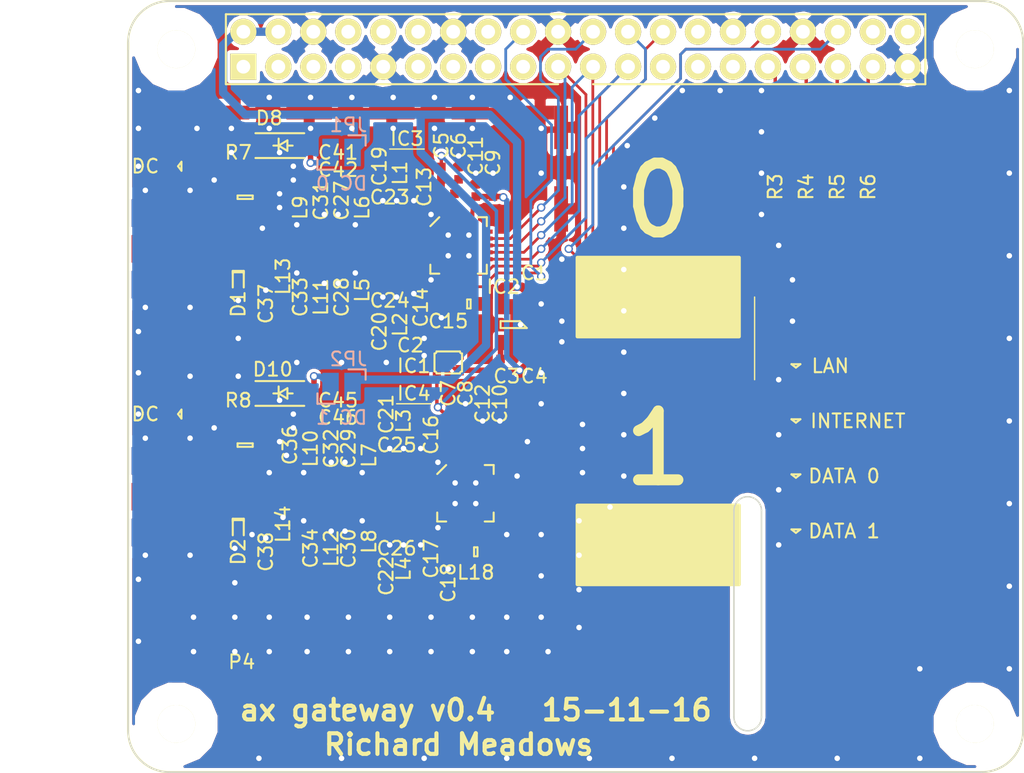
<source format=kicad_pcb>
(kicad_pcb (version 4) (host pcbnew 4.0.4-stable)
  (layers (0 F.Cu signal) (31 B.Cu signal hide) (35 F.Paste user) (36 B.SilkS user) (37 F.SilkS user) (38 B.Mask user) (39 F.Mask user) (44 Edge.Cuts user))
  (net 0 "")
  (net 1 /AX_ANT_0)
  (net 2 /AX_ANT_1)
  (net 3 VDD)
  (net 4 GND)
  (net 5 3v3)
  (net 6 "Net-(C3-Pad1)")
  (net 7 16_TCXO)
  (net 8 /CLKp_0)
  (net 9 /CLKn_0)
  (net 10 /CLKp_1)
  (net 11 /CLKn_1)
  (net 12 /VDD_ANA1_0)
  (net 13 /VDD_ANA2_0)
  (net 14 /SYNTH_FILTER_0)
  (net 15 /VDD_ANA1_1)
  (net 16 /VDD_ANA2_1)
  (net 17 /SYNTH_FILTER_1)
  (net 18 /ANTp_0)
  (net 19 /ANTn_0)
  (net 20 /ANTp_1)
  (net 21 /ANTn_1)
  (net 22 "Net-(C23-Pad2)")
  (net 23 "Net-(C24-Pad2)")
  (net 24 "Net-(C25-Pad2)")
  (net 25 "Net-(C26-Pad2)")
  (net 26 "Net-(C27-Pad2)")
  (net 27 "Net-(C28-Pad1)")
  (net 28 "Net-(C29-Pad2)")
  (net 29 "Net-(C30-Pad1)")
  (net 30 /AX_50Ω_0)
  (net 31 /AX_50Ω_1)
  (net 32 "Net-(IC1-Pad1)")
  (net 33 AX_SYSCLK_0)
  (net 34 AX_~SEL~_0)
  (net 35 AX_SCLK)
  (net 36 AX_MISO)
  (net 37 AX_MOSI)
  (net 38 AX_IRQ_0)
  (net 39 "Net-(IC3-Pad15)")
  (net 40 AX_SYSCLK_1)
  (net 41 AX_~SEL~_1)
  (net 42 AX_IRQ_1)
  (net 43 "Net-(IC4-Pad15)")
  (net 44 "Net-(P1-Pad1)")
  (net 45 "Net-(P1-Pad3)")
  (net 46 "Net-(P1-Pad5)")
  (net 47 "Net-(P1-Pad7)")
  (net 48 "Net-(P1-Pad8)")
  (net 49 "Net-(P1-Pad10)")
  (net 50 "Net-(P1-Pad11)")
  (net 51 "Net-(P1-Pad12)")
  (net 52 "Net-(P1-Pad13)")
  (net 53 "Net-(P1-Pad15)")
  (net 54 "Net-(P1-Pad16)")
  (net 55 "Net-(P1-Pad17)")
  (net 56 "Net-(P1-Pad27)")
  (net 57 "Net-(P1-Pad28)")
  (net 58 "Net-(P1-Pad29)")
  (net 59 LAN_LED)
  (net 60 INTERNET_LED)
  (net 61 DATA_LED_0)
  (net 62 DATA_LED_1)
  (net 63 "Net-(P1-Pad38)")
  (net 64 "Net-(P1-Pad40)")
  (net 65 "Net-(D3-Pad2)")
  (net 66 "Net-(D4-Pad2)")
  (net 67 "Net-(D5-Pad2)")
  (net 68 "Net-(D6-Pad2)")
  (net 69 "Net-(D7-Pad2)")
  (net 70 "Net-(D9-Pad2)")
  (net 71 "Net-(D8-Pad2)")
  (net 72 /AX_F_0)
  (net 73 /AX_F_1)
  (net 74 /DC_0)
  (net 75 /DC_1)
  (net 76 "Net-(D10-Pad2)")
  (net 77 /L1_0)
  (net 78 /L2_0)
  (net 79 /L1_1)
  (net 80 /L2_1)
  (module agg:0402 (layer F.Cu) (at 177 107.5)
    (fp_text reference C1 (at 0 -1.25 180) (layer F.SilkS))
    (fp_text value 1µF)
    (pad 1 smd rect (at -0.45 0) (size 0.62 0.62) (layers F.Cu F.Paste F.Mask) (net 3 VDD))
    (pad 2 smd rect (at 0.45 0) (size 0.62 0.62) (layers F.Cu F.Paste F.Mask) (net 4 GND))
  )
  (module agg:0402 (layer F.Cu) (at 170.5 111 180)
    (fp_text reference C2 (at 2.5 -0.5 180) (layer F.SilkS))
    (fp_text value 1µF)
    (pad 1 smd rect (at -0.45 0 180) (size 0.62 0.62) (layers F.Cu F.Paste F.Mask) (net 5 3v3))
    (pad 2 smd rect (at 0.45 0 180) (size 0.62 0.62) (layers F.Cu F.Paste F.Mask) (net 4 GND))
  )
  (module agg:0402 (layer F.Cu) (at 175 112.5)
    (fp_text reference C3 (at 0 1.25) (layer F.SilkS))
    (fp_text value 10nF)
    (pad 1 smd rect (at -0.45 0) (size 0.62 0.62) (layers F.Cu F.Paste F.Mask) (net 6 "Net-(C3-Pad1)"))
    (pad 2 smd rect (at 0.45 0) (size 0.62 0.62) (layers F.Cu F.Paste F.Mask) (net 4 GND))
  )
  (module agg:0402 (layer F.Cu) (at 177 112.5)
    (fp_text reference C4 (at 0 1.25) (layer F.SilkS))
    (fp_text value 4.7µF)
    (pad 1 smd rect (at -0.45 0) (size 0.62 0.62) (layers F.Cu F.Paste F.Mask) (net 5 3v3))
    (pad 2 smd rect (at 0.45 0) (size 0.62 0.62) (layers F.Cu F.Paste F.Mask) (net 4 GND))
  )
  (module agg:0402 (layer F.Cu) (at 170.25 99 270)
    (fp_text reference C5 (at -2 0 270) (layer F.SilkS))
    (fp_text value 1nF)
    (pad 1 smd rect (at -0.45 0 270) (size 0.62 0.62) (layers F.Cu F.Paste F.Mask) (net 7 16_TCXO))
    (pad 2 smd rect (at 0.45 0 270) (size 0.62 0.62) (layers F.Cu F.Paste F.Mask) (net 8 /CLKp_0))
  )
  (module agg:0402 (layer F.Cu) (at 171.5 99 270)
    (fp_text reference C6 (at -2 0 270) (layer F.SilkS))
    (fp_text value 1nF)
    (pad 1 smd rect (at -0.45 0 270) (size 0.62 0.62) (layers F.Cu F.Paste F.Mask) (net 4 GND))
    (pad 2 smd rect (at 0.45 0 270) (size 0.62 0.62) (layers F.Cu F.Paste F.Mask) (net 9 /CLKn_0))
  )
  (module agg:0402 (layer F.Cu) (at 170.75 117 270)
    (fp_text reference C7 (at -2 0 270) (layer F.SilkS))
    (fp_text value 1nF)
    (pad 1 smd rect (at -0.45 0 270) (size 0.62 0.62) (layers F.Cu F.Paste F.Mask) (net 7 16_TCXO))
    (pad 2 smd rect (at 0.45 0 270) (size 0.62 0.62) (layers F.Cu F.Paste F.Mask) (net 10 /CLKp_1))
  )
  (module agg:0402 (layer F.Cu) (at 172 117 270)
    (fp_text reference C8 (at -2 0 270) (layer F.SilkS))
    (fp_text value 1nF)
    (pad 1 smd rect (at -0.45 0 270) (size 0.62 0.62) (layers F.Cu F.Paste F.Mask) (net 4 GND))
    (pad 2 smd rect (at 0.45 0 270) (size 0.62 0.62) (layers F.Cu F.Paste F.Mask) (net 11 /CLKn_1))
  )
  (module agg:0402 (layer F.Cu) (at 174 100.25 90)
    (fp_text reference C9 (at 2 0 90) (layer F.SilkS))
    (fp_text value 4.7µF)
    (pad 1 smd rect (at -0.45 0 90) (size 0.62 0.62) (layers F.Cu F.Paste F.Mask) (net 5 3v3))
    (pad 2 smd rect (at 0.45 0 90) (size 0.62 0.62) (layers F.Cu F.Paste F.Mask) (net 4 GND))
  )
  (module agg:0402 (layer F.Cu) (at 174.5 118.25 90)
    (fp_text reference C10 (at 2.5 0 90) (layer F.SilkS))
    (fp_text value 4.7µF)
    (pad 1 smd rect (at -0.45 0 90) (size 0.62 0.62) (layers F.Cu F.Paste F.Mask) (net 5 3v3))
    (pad 2 smd rect (at 0.45 0 90) (size 0.62 0.62) (layers F.Cu F.Paste F.Mask) (net 4 GND))
  )
  (module agg:0402 (layer F.Cu) (at 172.75 100.25 90)
    (fp_text reference C11 (at 2.5 0 90) (layer F.SilkS))
    (fp_text value 100nF)
    (pad 1 smd rect (at -0.45 0 90) (size 0.62 0.62) (layers F.Cu F.Paste F.Mask) (net 5 3v3))
    (pad 2 smd rect (at 0.45 0 90) (size 0.62 0.62) (layers F.Cu F.Paste F.Mask) (net 4 GND))
  )
  (module agg:0402 (layer F.Cu) (at 173.25 118.25 90)
    (fp_text reference C12 (at 2.5 0 90) (layer F.SilkS))
    (fp_text value 100nF)
    (pad 1 smd rect (at -0.45 0 90) (size 0.62 0.62) (layers F.Cu F.Paste F.Mask) (net 5 3v3))
    (pad 2 smd rect (at 0.45 0 90) (size 0.62 0.62) (layers F.Cu F.Paste F.Mask) (net 4 GND))
  )
  (module agg:0402 (layer F.Cu) (at 168.25 102.75 270)
    (fp_text reference C13 (at -2.75 -0.75 270) (layer F.SilkS))
    (fp_text value 100nF)
    (pad 1 smd rect (at -0.45 0 270) (size 0.62 0.62) (layers F.Cu F.Paste F.Mask) (net 12 /VDD_ANA1_0))
    (pad 2 smd rect (at 0.45 0 270) (size 0.62 0.62) (layers F.Cu F.Paste F.Mask) (net 4 GND))
  )
  (module agg:0402 (layer F.Cu) (at 168.25 106.25 270)
    (fp_text reference C14 (at 2.5 -0.5 450) (layer F.SilkS))
    (fp_text value 100nF)
    (pad 1 smd rect (at -0.45 0 270) (size 0.62 0.62) (layers F.Cu F.Paste F.Mask) (net 13 /VDD_ANA2_0))
    (pad 2 smd rect (at 0.45 0 270) (size 0.62 0.62) (layers F.Cu F.Paste F.Mask) (net 4 GND))
  )
  (module agg:0402 (layer F.Cu) (at 170.25 108.25 270)
    (fp_text reference C15 (at 1.5 -0.5 360) (layer F.SilkS))
    (fp_text value 39pF)
    (pad 1 smd rect (at -0.45 0 270) (size 0.62 0.62) (layers F.Cu F.Paste F.Mask) (net 14 /SYNTH_FILTER_0))
    (pad 2 smd rect (at 0.45 0 270) (size 0.62 0.62) (layers F.Cu F.Paste F.Mask) (net 4 GND))
  )
  (module agg:0402 (layer F.Cu) (at 168.75 120.75 270)
    (fp_text reference C16 (at -2.75 -0.75 270) (layer F.SilkS))
    (fp_text value 100nF)
    (pad 1 smd rect (at -0.45 0 270) (size 0.62 0.62) (layers F.Cu F.Paste F.Mask) (net 15 /VDD_ANA1_1))
    (pad 2 smd rect (at 0.45 0 270) (size 0.62 0.62) (layers F.Cu F.Paste F.Mask) (net 4 GND))
  )
  (module agg:0402 (layer F.Cu) (at 168.75 124.25 270)
    (fp_text reference C17 (at 2.75 -0.75 270) (layer F.SilkS))
    (fp_text value 100nF)
    (pad 1 smd rect (at -0.45 0 270) (size 0.62 0.62) (layers F.Cu F.Paste F.Mask) (net 16 /VDD_ANA2_1))
    (pad 2 smd rect (at 0.45 0 270) (size 0.62 0.62) (layers F.Cu F.Paste F.Mask) (net 4 GND))
  )
  (module agg:0402 (layer F.Cu) (at 170.75 126.25 270)
    (fp_text reference C18 (at 2.5 0 270) (layer F.SilkS))
    (fp_text value 39pF)
    (pad 1 smd rect (at -0.45 0 270) (size 0.62 0.62) (layers F.Cu F.Paste F.Mask) (net 17 /SYNTH_FILTER_1))
    (pad 2 smd rect (at 0.45 0 270) (size 0.62 0.62) (layers F.Cu F.Paste F.Mask) (net 4 GND))
  )
  (module agg:0402 (layer F.Cu) (at 166 102.5 270)
    (fp_text reference C19 (at -4 0.25 270) (layer F.SilkS))
    (fp_text value 4.3pF)
    (pad 1 smd rect (at -0.45 0 270) (size 0.62 0.62) (layers F.Cu F.Paste F.Mask) (net 4 GND))
    (pad 2 smd rect (at 0.45 0 270) (size 0.62 0.62) (layers F.Cu F.Paste F.Mask) (net 18 /ANTp_0))
  )
  (module agg:0402 (layer F.Cu) (at 166 106.5 270)
    (fp_text reference C20 (at 4 0.25 270) (layer F.SilkS))
    (fp_text value 4.3pF)
    (pad 1 smd rect (at -0.45 0 270) (size 0.62 0.62) (layers F.Cu F.Paste F.Mask) (net 19 /ANTn_0))
    (pad 2 smd rect (at 0.45 0 270) (size 0.62 0.62) (layers F.Cu F.Paste F.Mask) (net 4 GND))
  )
  (module agg:0402 (layer F.Cu) (at 166.5 120.5 270)
    (fp_text reference C21 (at -4 0.25 270) (layer F.SilkS))
    (fp_text value DNP)
    (pad 1 smd rect (at -0.45 0 270) (size 0.62 0.62) (layers F.Cu F.Paste F.Mask) (net 4 GND))
    (pad 2 smd rect (at 0.45 0 270) (size 0.62 0.62) (layers F.Cu F.Paste F.Mask) (net 20 /ANTp_1))
  )
  (module agg:0402 (layer F.Cu) (at 166.5 124.5 270)
    (fp_text reference C22 (at 3.75 0.25 270) (layer F.SilkS))
    (fp_text value DNP)
    (pad 1 smd rect (at -0.45 0 270) (size 0.62 0.62) (layers F.Cu F.Paste F.Mask) (net 21 /ANTn_1))
    (pad 2 smd rect (at 0.45 0 270) (size 0.62 0.62) (layers F.Cu F.Paste F.Mask) (net 4 GND))
  )
  (module agg:0402 (layer F.Cu) (at 166.5 104 180)
    (fp_text reference C23 (at 0 3.25 180) (layer F.SilkS))
    (fp_text value 4.3pF)
    (pad 1 smd rect (at -0.45 0 180) (size 0.62 0.62) (layers F.Cu F.Paste F.Mask) (net 18 /ANTp_0))
    (pad 2 smd rect (at 0.45 0 180) (size 0.62 0.62) (layers F.Cu F.Paste F.Mask) (net 22 "Net-(C23-Pad2)"))
  )
  (module agg:0402 (layer F.Cu) (at 166.5 105 180)
    (fp_text reference C24 (at 0 -3.25 180) (layer F.SilkS))
    (fp_text value 4.3pF)
    (pad 1 smd rect (at -0.45 0 180) (size 0.62 0.62) (layers F.Cu F.Paste F.Mask) (net 19 /ANTn_0))
    (pad 2 smd rect (at 0.45 0 180) (size 0.62 0.62) (layers F.Cu F.Paste F.Mask) (net 23 "Net-(C24-Pad2)"))
  )
  (module agg:0402 (layer F.Cu) (at 167 122 180)
    (fp_text reference C25 (at 0 3.25 180) (layer F.SilkS))
    (fp_text value 2.7pF)
    (pad 1 smd rect (at -0.45 0 180) (size 0.62 0.62) (layers F.Cu F.Paste F.Mask) (net 20 /ANTp_1))
    (pad 2 smd rect (at 0.45 0 180) (size 0.62 0.62) (layers F.Cu F.Paste F.Mask) (net 24 "Net-(C25-Pad2)"))
  )
  (module agg:0402 (layer F.Cu) (at 167 123 180)
    (fp_text reference C26 (at 0 -3.25 180) (layer F.SilkS))
    (fp_text value 2.7pF)
    (pad 1 smd rect (at -0.45 0 180) (size 0.62 0.62) (layers F.Cu F.Paste F.Mask) (net 21 /ANTn_1))
    (pad 2 smd rect (at 0.45 0 180) (size 0.62 0.62) (layers F.Cu F.Paste F.Mask) (net 25 "Net-(C26-Pad2)"))
  )
  (module agg:0402 (layer F.Cu) (at 162.75 103.5 270)
    (fp_text reference C27 (at -2.5 -0.25 270) (layer F.SilkS))
    (fp_text value 8.2pF)
    (pad 1 smd rect (at -0.45 0 270) (size 0.62 0.62) (layers F.Cu F.Paste F.Mask) (net 4 GND))
    (pad 2 smd rect (at 0.45 0 270) (size 0.62 0.62) (layers F.Cu F.Paste F.Mask) (net 26 "Net-(C27-Pad2)"))
  )
  (module agg:0402 (layer F.Cu) (at 162.75 105.5 270)
    (fp_text reference C28 (at 2.5 -0.25 270) (layer F.SilkS))
    (fp_text value 8.2pF)
    (pad 1 smd rect (at -0.45 0 270) (size 0.62 0.62) (layers F.Cu F.Paste F.Mask) (net 27 "Net-(C28-Pad1)"))
    (pad 2 smd rect (at 0.45 0 270) (size 0.62 0.62) (layers F.Cu F.Paste F.Mask) (net 4 GND))
  )
  (module agg:0402 (layer F.Cu) (at 163.25 121.5 270)
    (fp_text reference C29 (at -2.5 -0.25 270) (layer F.SilkS))
    (fp_text value 3.6pF)
    (pad 1 smd rect (at -0.45 0 270) (size 0.62 0.62) (layers F.Cu F.Paste F.Mask) (net 4 GND))
    (pad 2 smd rect (at 0.45 0 270) (size 0.62 0.62) (layers F.Cu F.Paste F.Mask) (net 28 "Net-(C29-Pad2)"))
  )
  (module agg:0402 (layer F.Cu) (at 163.25 123.5 270)
    (fp_text reference C30 (at 2.75 -0.25 270) (layer F.SilkS))
    (fp_text value 3.6pF)
    (pad 1 smd rect (at -0.45 0 270) (size 0.62 0.62) (layers F.Cu F.Paste F.Mask) (net 29 "Net-(C30-Pad1)"))
    (pad 2 smd rect (at 0.45 0 270) (size 0.62 0.62) (layers F.Cu F.Paste F.Mask) (net 4 GND))
  )
  (module agg:0402 (layer F.Cu) (at 161.75 103.5 90)
    (fp_text reference C31 (at 2.5 -0.25 90) (layer F.SilkS))
    (fp_text value 5.1pF)
    (pad 1 smd rect (at -0.45 0 90) (size 0.62 0.62) (layers F.Cu F.Paste F.Mask) (net 26 "Net-(C27-Pad2)"))
    (pad 2 smd rect (at 0.45 0 90) (size 0.62 0.62) (layers F.Cu F.Paste F.Mask) (net 4 GND))
  )
  (module agg:0402 (layer F.Cu) (at 162.25 121.5 90)
    (fp_text reference C32 (at 2.5 0 90) (layer F.SilkS))
    (fp_text value 2.7pF)
    (pad 1 smd rect (at -0.45 0 90) (size 0.62 0.62) (layers F.Cu F.Paste F.Mask) (net 28 "Net-(C29-Pad2)"))
    (pad 2 smd rect (at 0.45 0 90) (size 0.62 0.62) (layers F.Cu F.Paste F.Mask) (net 4 GND))
  )
  (module agg:0402 (layer F.Cu) (at 160 105)
    (fp_text reference C33 (at 0 3 90) (layer F.SilkS))
    (fp_text value 5.1pF)
    (pad 1 smd rect (at -0.45 0) (size 0.62 0.62) (layers F.Cu F.Paste F.Mask) (net 30 /AX_50Ω_0))
    (pad 2 smd rect (at 0.45 0) (size 0.62 0.62) (layers F.Cu F.Paste F.Mask) (net 27 "Net-(C28-Pad1)"))
  )
  (module agg:0402 (layer F.Cu) (at 160.5 123)
    (fp_text reference C34 (at 0.25 3.25 90) (layer F.SilkS))
    (fp_text value 2.7pF)
    (pad 1 smd rect (at -0.45 0) (size 0.62 0.62) (layers F.Cu F.Paste F.Mask) (net 31 /AX_50Ω_1))
    (pad 2 smd rect (at 0.45 0) (size 0.62 0.62) (layers F.Cu F.Paste F.Mask) (net 29 "Net-(C30-Pad1)"))
  )
  (module agg:0402 (layer F.Cu) (at 158.5 103 90)
    (fp_text reference C35)
    (fp_text value NOSTUFF)
    (pad 1 smd rect (at -0.45 0 90) (size 0.62 0.62) (layers F.Cu F.Paste F.Mask) (net 30 /AX_50Ω_0))
    (pad 2 smd rect (at 0.45 0 90) (size 0.62 0.62) (layers F.Cu F.Paste F.Mask) (net 4 GND))
  )
  (module agg:0402 (layer F.Cu) (at 159 121 90)
    (fp_text reference C36 (at 2.25 0.25 90) (layer F.SilkS))
    (fp_text value NOSTUFF)
    (pad 1 smd rect (at -0.45 0 90) (size 0.62 0.62) (layers F.Cu F.Paste F.Mask) (net 31 /AX_50Ω_1))
    (pad 2 smd rect (at 0.45 0 90) (size 0.62 0.62) (layers F.Cu F.Paste F.Mask) (net 4 GND))
  )
  (module agg:0402 (layer F.Cu) (at 157.5 106 270)
    (fp_text reference C37 (at 2.5 0 270) (layer F.SilkS))
    (fp_text value NOSTUFF)
    (pad 1 smd rect (at -0.45 0 270) (size 0.62 0.62) (layers F.Cu F.Paste F.Mask) (net 72 /AX_F_0))
    (pad 2 smd rect (at 0.45 0 270) (size 0.62 0.62) (layers F.Cu F.Paste F.Mask) (net 4 GND))
  )
  (module agg:0402 (layer F.Cu) (at 157.5 124 270)
    (fp_text reference C38 (at 2.5 0 270) (layer F.SilkS))
    (fp_text value NOSTUFF)
    (pad 1 smd rect (at -0.45 0 270) (size 0.62 0.62) (layers F.Cu F.Paste F.Mask) (net 73 /AX_F_1))
    (pad 2 smd rect (at 0.45 0 270) (size 0.62 0.62) (layers F.Cu F.Paste F.Mask) (net 4 GND))
  )
  (module agg-unchecked:TSLP-2-17 (layer F.Cu) (at 155.5 106.5 270)
    (fp_text reference D1 (at 2 0 270) (layer F.SilkS))
    (fp_text value TVS_DIODE hide)
    (pad 1 smd rect (at 0 0 270) (size 0.35 0.6) (layers F.Cu F.Paste F.Mask) (net 1 /AX_ANT_0))
    (pad 2 smd rect (at 0.65 0 270) (size 0.35 0.6) (layers F.Cu F.Paste F.Mask) (net 4 GND))
  )
  (module agg-unchecked:TSLP-2-17 (layer F.Cu) (at 155.5 124.5 270)
    (fp_text reference D2 (at 2 0 270) (layer F.SilkS))
    (fp_text value TVS_DIODE hide)
    (pad 1 smd rect (at 0 0 270) (size 0.35 0.6) (layers F.Cu F.Paste F.Mask) (net 2 /AX_ANT_1))
    (pad 2 smd rect (at 0.65 0 270) (size 0.35 0.6) (layers F.Cu F.Paste F.Mask) (net 4 GND))
  )
  (module rem:TG-5006CJ (layer F.Cu) (at 170.75 112.75 180)
    (fp_text reference IC1 (at 2.5 -0.25 180) (layer F.SilkS))
    (fp_text value TG-5006CJ)
    (pad 4 smd rect (at -0.825 -0.565 180) (size 0.6 0.75) (layers F.Cu F.Paste F.Mask) (net 5 3v3))
    (pad 3 smd rect (at 0.825 -0.565 180) (size 0.6 0.75) (layers F.Cu F.Paste F.Mask) (net 7 16_TCXO))
    (pad 2 smd rect (at 0.825 0.565 180) (size 0.6 0.75) (layers F.Cu F.Paste F.Mask) (net 4 GND))
    (pad 1 smd rect (at -0.825 0.565 180) (size 0.6 0.75) (layers F.Cu F.Paste F.Mask) (net 32 "Net-(IC1-Pad1)"))
  )
  (module agg:SOT-23-5 (layer F.Cu) (at 175.5 110 270)
    (fp_text reference IC2 (at -2.75 0.75 360) (layer F.SilkS))
    (fp_text value TPS73433)
    (pad 1 smd rect (at -1.3 -0.95 270) (size 1.1 0.6) (layers F.Cu F.Paste F.Mask) (net 3 VDD))
    (pad 2 smd rect (at -1.3 0 270) (size 1.1 0.6) (layers F.Cu F.Paste F.Mask) (net 4 GND))
    (pad 3 smd rect (at -1.3 0.95 270) (size 1.1 0.6) (layers F.Cu F.Paste F.Mask) (net 3 VDD))
    (pad 4 smd rect (at 1.3 0.95 270) (size 1.1 0.6) (layers F.Cu F.Paste F.Mask) (net 6 "Net-(C3-Pad1)"))
    (pad 5 smd rect (at 1.3 -0.95 270) (size 1.1 0.6) (layers F.Cu F.Paste F.Mask) (net 5 3v3))
  )
  (module rem:QFN-20-EP-AX (layer F.Cu) (at 171.5 104.25)
    (fp_text reference IC3 (at -3.75 -7.75) (layer F.SilkS))
    (fp_text value AX5243)
    (pad 1 smd rect (at -2.1 -1) (size 0.75 0.3) (layers F.Cu F.Paste F.Mask) (net 12 /VDD_ANA1_0))
    (pad 2 smd rect (at -2.1 -0.5) (size 0.75 0.3) (layers F.Cu F.Paste F.Mask) (net 4 GND))
    (pad 3 smd rect (at -2.1 0) (size 0.75 0.3) (layers F.Cu F.Paste F.Mask) (net 18 /ANTp_0))
    (pad 4 smd rect (at -2.1 0.5) (size 0.75 0.3) (layers F.Cu F.Paste F.Mask) (net 19 /ANTn_0))
    (pad 5 smd rect (at -2.1 1) (size 0.75 0.3) (layers F.Cu F.Paste F.Mask) (net 13 /VDD_ANA2_0))
    (pad 6 smd rect (at -1 2.1) (size 0.3 0.75) (layers F.Cu F.Paste F.Mask) (net 14 /SYNTH_FILTER_0))
    (pad 7 smd rect (at -0.5 2.1) (size 0.3 0.75) (layers F.Cu F.Paste F.Mask) (net 77 /L1_0))
    (pad 8 smd rect (at 0 2.1) (size 0.3 0.75) (layers F.Cu F.Paste F.Mask) (net 78 /L2_0))
    (pad 9 smd rect (at 0.5 2.1) (size 0.3 0.75) (layers F.Cu F.Paste F.Mask) (net 33 AX_SYSCLK_0))
    (pad 10 smd rect (at 1 2.1) (size 0.3 0.75) (layers F.Cu F.Paste F.Mask) (net 34 AX_~SEL~_0))
    (pad 11 smd rect (at 2.1 1) (size 0.75 0.3) (layers F.Cu F.Paste F.Mask) (net 35 AX_SCLK))
    (pad 12 smd rect (at 2.1 0.5) (size 0.75 0.3) (layers F.Cu F.Paste F.Mask) (net 36 AX_MISO))
    (pad 13 smd rect (at 2.1 0) (size 0.75 0.3) (layers F.Cu F.Paste F.Mask) (net 37 AX_MOSI))
    (pad 14 smd rect (at 2.1 -0.5) (size 0.75 0.3) (layers F.Cu F.Paste F.Mask) (net 38 AX_IRQ_0))
    (pad 15 smd rect (at 2.1 -1) (size 0.75 0.3) (layers F.Cu F.Paste F.Mask) (net 39 "Net-(IC3-Pad15)"))
    (pad 16 smd rect (at 1 -2.1) (size 0.3 0.75) (layers F.Cu F.Paste F.Mask) (net 5 3v3))
    (pad 17 smd rect (at 0.5 -2.1) (size 0.3 0.75) (layers F.Cu F.Paste F.Mask) (net 4 GND))
    (pad 18 smd rect (at 0 -2.1) (size 0.3 0.75) (layers F.Cu F.Paste F.Mask) (net 4 GND))
    (pad 19 smd rect (at -0.5 -2.1) (size 0.3 0.75) (layers F.Cu F.Paste F.Mask) (net 9 /CLKn_0))
    (pad 20 smd rect (at -1 -2.1) (size 0.3 0.75) (layers F.Cu F.Paste F.Mask) (net 8 /CLKp_0))
    (pad EP smd rect (at -0.65 -0.65) (size 1.1 1.1) (layers F.Cu F.Paste) (net 4 GND))
    (pad EP smd rect (at -0.65 0.65) (size 1.1 1.1) (layers F.Cu F.Paste) (net 4 GND))
    (pad EP smd rect (at 0.65 -0.65) (size 1.1 1.1) (layers F.Cu F.Paste) (net 4 GND))
    (pad EP smd rect (at 0.65 0.65) (size 1.1 1.1) (layers F.Cu F.Paste) (net 4 GND))
    (pad EP smd rect (at 0 0) (size 2.6 2.6) (layers F.Cu F.Mask) (net 4 GND))
  )
  (module rem:QFN-20-EP-AX (layer F.Cu) (at 172 122.25)
    (fp_text reference IC4 (at -3.75 -7.25) (layer F.SilkS))
    (fp_text value AX5243)
    (pad 1 smd rect (at -2.1 -1) (size 0.75 0.3) (layers F.Cu F.Paste F.Mask) (net 15 /VDD_ANA1_1))
    (pad 2 smd rect (at -2.1 -0.5) (size 0.75 0.3) (layers F.Cu F.Paste F.Mask) (net 4 GND))
    (pad 3 smd rect (at -2.1 0) (size 0.75 0.3) (layers F.Cu F.Paste F.Mask) (net 20 /ANTp_1))
    (pad 4 smd rect (at -2.1 0.5) (size 0.75 0.3) (layers F.Cu F.Paste F.Mask) (net 21 /ANTn_1))
    (pad 5 smd rect (at -2.1 1) (size 0.75 0.3) (layers F.Cu F.Paste F.Mask) (net 16 /VDD_ANA2_1))
    (pad 6 smd rect (at -1 2.1) (size 0.3 0.75) (layers F.Cu F.Paste F.Mask) (net 17 /SYNTH_FILTER_1))
    (pad 7 smd rect (at -0.5 2.1) (size 0.3 0.75) (layers F.Cu F.Paste F.Mask) (net 79 /L1_1))
    (pad 8 smd rect (at 0 2.1) (size 0.3 0.75) (layers F.Cu F.Paste F.Mask) (net 80 /L2_1))
    (pad 9 smd rect (at 0.5 2.1) (size 0.3 0.75) (layers F.Cu F.Paste F.Mask) (net 40 AX_SYSCLK_1))
    (pad 10 smd rect (at 1 2.1) (size 0.3 0.75) (layers F.Cu F.Paste F.Mask) (net 41 AX_~SEL~_1))
    (pad 11 smd rect (at 2.1 1) (size 0.75 0.3) (layers F.Cu F.Paste F.Mask) (net 35 AX_SCLK))
    (pad 12 smd rect (at 2.1 0.5) (size 0.75 0.3) (layers F.Cu F.Paste F.Mask) (net 36 AX_MISO))
    (pad 13 smd rect (at 2.1 0) (size 0.75 0.3) (layers F.Cu F.Paste F.Mask) (net 37 AX_MOSI))
    (pad 14 smd rect (at 2.1 -0.5) (size 0.75 0.3) (layers F.Cu F.Paste F.Mask) (net 42 AX_IRQ_1))
    (pad 15 smd rect (at 2.1 -1) (size 0.75 0.3) (layers F.Cu F.Paste F.Mask) (net 43 "Net-(IC4-Pad15)"))
    (pad 16 smd rect (at 1 -2.1) (size 0.3 0.75) (layers F.Cu F.Paste F.Mask) (net 5 3v3))
    (pad 17 smd rect (at 0.5 -2.1) (size 0.3 0.75) (layers F.Cu F.Paste F.Mask) (net 4 GND))
    (pad 18 smd rect (at 0 -2.1) (size 0.3 0.75) (layers F.Cu F.Paste F.Mask) (net 4 GND))
    (pad 19 smd rect (at -0.5 -2.1) (size 0.3 0.75) (layers F.Cu F.Paste F.Mask) (net 11 /CLKn_1))
    (pad 20 smd rect (at -1 -2.1) (size 0.3 0.75) (layers F.Cu F.Paste F.Mask) (net 10 /CLKp_1))
    (pad EP smd rect (at -0.65 -0.65) (size 1.1 1.1) (layers F.Cu F.Paste) (net 4 GND))
    (pad EP smd rect (at -0.65 0.65) (size 1.1 1.1) (layers F.Cu F.Paste) (net 4 GND))
    (pad EP smd rect (at 0.65 -0.65) (size 1.1 1.1) (layers F.Cu F.Paste) (net 4 GND))
    (pad EP smd rect (at 0.65 0.65) (size 1.1 1.1) (layers F.Cu F.Paste) (net 4 GND))
    (pad EP smd rect (at 0 0) (size 2.6 2.6) (layers F.Cu F.Mask) (net 4 GND))
  )
  (module agg:0402 (layer F.Cu) (at 167 102.5 270)
    (fp_text reference L1 (at -3.5 -0.25 270) (layer F.SilkS))
    (fp_text value 68nH)
    (pad 1 smd rect (at -0.45 0 270) (size 0.62 0.62) (layers F.Cu F.Paste F.Mask) (net 4 GND))
    (pad 2 smd rect (at 0.45 0 270) (size 0.62 0.62) (layers F.Cu F.Paste F.Mask) (net 18 /ANTp_0))
  )
  (module agg:0402 (layer F.Cu) (at 167 106.5 270)
    (fp_text reference L2 (at 3.5 -0.25 270) (layer F.SilkS))
    (fp_text value 68nH)
    (pad 1 smd rect (at -0.45 0 270) (size 0.62 0.62) (layers F.Cu F.Paste F.Mask) (net 19 /ANTn_0))
    (pad 2 smd rect (at 0.45 0 270) (size 0.62 0.62) (layers F.Cu F.Paste F.Mask) (net 4 GND))
  )
  (module agg:0402 (layer F.Cu) (at 167.5 120.5 270)
    (fp_text reference L3 (at -3.5 0 270) (layer F.SilkS))
    (fp_text value 18nH)
    (pad 1 smd rect (at -0.45 0 270) (size 0.62 0.62) (layers F.Cu F.Paste F.Mask) (net 4 GND))
    (pad 2 smd rect (at 0.45 0 270) (size 0.62 0.62) (layers F.Cu F.Paste F.Mask) (net 20 /ANTp_1))
  )
  (module agg:0402 (layer F.Cu) (at 167.5 124.5 270)
    (fp_text reference L4 (at 3.25 0 270) (layer F.SilkS))
    (fp_text value 18nH)
    (pad 1 smd rect (at -0.45 0 270) (size 0.62 0.62) (layers F.Cu F.Paste F.Mask) (net 21 /ANTn_1))
    (pad 2 smd rect (at 0.45 0 270) (size 0.62 0.62) (layers F.Cu F.Paste F.Mask) (net 4 GND))
  )
  (module agg:0402 (layer F.Cu) (at 164.5 104 180)
    (fp_text reference L5 (at 0 -3.5 270) (layer F.SilkS))
    (fp_text value 47nH)
    (pad 1 smd rect (at -0.45 0 180) (size 0.62 0.62) (layers F.Cu F.Paste F.Mask) (net 22 "Net-(C23-Pad2)"))
    (pad 2 smd rect (at 0.45 0 180) (size 0.62 0.62) (layers F.Cu F.Paste F.Mask) (net 26 "Net-(C27-Pad2)"))
  )
  (module agg:0402 (layer F.Cu) (at 164.5 105 180)
    (fp_text reference L6 (at 0 3.5 270) (layer F.SilkS))
    (fp_text value 47nH)
    (pad 1 smd rect (at -0.45 0 180) (size 0.62 0.62) (layers F.Cu F.Paste F.Mask) (net 23 "Net-(C24-Pad2)"))
    (pad 2 smd rect (at 0.45 0 180) (size 0.62 0.62) (layers F.Cu F.Paste F.Mask) (net 27 "Net-(C28-Pad1)"))
  )
  (module agg:0402 (layer F.Cu) (at 165 122 180)
    (fp_text reference L7 (at 0 2.5 270) (layer F.SilkS))
    (fp_text value 18nH)
    (pad 1 smd rect (at -0.45 0 180) (size 0.62 0.62) (layers F.Cu F.Paste F.Mask) (net 24 "Net-(C25-Pad2)"))
    (pad 2 smd rect (at 0.45 0 180) (size 0.62 0.62) (layers F.Cu F.Paste F.Mask) (net 28 "Net-(C29-Pad2)"))
  )
  (module agg:0402 (layer F.Cu) (at 165 123 180)
    (fp_text reference L8 (at 0 -2.75 270) (layer F.SilkS))
    (fp_text value 18nH)
    (pad 1 smd rect (at -0.45 0 180) (size 0.62 0.62) (layers F.Cu F.Paste F.Mask) (net 25 "Net-(C26-Pad2)"))
    (pad 2 smd rect (at 0.45 0 180) (size 0.62 0.62) (layers F.Cu F.Paste F.Mask) (net 29 "Net-(C30-Pad1)"))
  )
  (module agg:0402 (layer F.Cu) (at 160 104)
    (fp_text reference L9 (at 0 -2.5 90) (layer F.SilkS))
    (fp_text value 27nH)
    (pad 1 smd rect (at -0.45 0) (size 0.62 0.62) (layers F.Cu F.Paste F.Mask) (net 30 /AX_50Ω_0))
    (pad 2 smd rect (at 0.45 0) (size 0.62 0.62) (layers F.Cu F.Paste F.Mask) (net 26 "Net-(C27-Pad2)"))
  )
  (module agg:0402 (layer F.Cu) (at 160.5 122)
    (fp_text reference L10 (at 0.25 -3 90) (layer F.SilkS))
    (fp_text value 12nH)
    (pad 1 smd rect (at -0.45 0) (size 0.62 0.62) (layers F.Cu F.Paste F.Mask) (net 31 /AX_50Ω_1))
    (pad 2 smd rect (at 0.45 0) (size 0.62 0.62) (layers F.Cu F.Paste F.Mask) (net 28 "Net-(C29-Pad2)"))
  )
  (module agg:0402 (layer F.Cu) (at 161.75 105.5 270)
    (fp_text reference L11 (at 2.5 0.25 270) (layer F.SilkS))
    (fp_text value 27nH)
    (pad 1 smd rect (at -0.45 0 270) (size 0.62 0.62) (layers F.Cu F.Paste F.Mask) (net 27 "Net-(C28-Pad1)"))
    (pad 2 smd rect (at 0.45 0 270) (size 0.62 0.62) (layers F.Cu F.Paste F.Mask) (net 4 GND))
  )
  (module agg:0402 (layer F.Cu) (at 162.25 123.5 270)
    (fp_text reference L12 (at 2.75 0 270) (layer F.SilkS))
    (fp_text value 12nH)
    (pad 1 smd rect (at -0.45 0 270) (size 0.62 0.62) (layers F.Cu F.Paste F.Mask) (net 29 "Net-(C30-Pad1)"))
    (pad 2 smd rect (at 0.45 0 270) (size 0.62 0.62) (layers F.Cu F.Paste F.Mask) (net 4 GND))
  )
  (module agg:0402 (layer F.Cu) (at 158 104.5 180)
    (fp_text reference L13 (at -0.75 -2 270) (layer F.SilkS))
    (fp_text value 0Ω)
    (pad 1 smd rect (at -0.45 0 180) (size 0.62 0.62) (layers F.Cu F.Paste F.Mask) (net 30 /AX_50Ω_0))
    (pad 2 smd rect (at 0.45 0 180) (size 0.62 0.62) (layers F.Cu F.Paste F.Mask) (net 72 /AX_F_0))
  )
  (module agg:0402 (layer F.Cu) (at 158.25 122.5 180)
    (fp_text reference L14 (at -0.5 -2 270) (layer F.SilkS))
    (fp_text value 0Ω)
    (pad 1 smd rect (at -0.45 0 180) (size 0.62 0.62) (layers F.Cu F.Paste F.Mask) (net 31 /AX_50Ω_1))
    (pad 2 smd rect (at 0.45 0 180) (size 0.62 0.62) (layers F.Cu F.Paste F.Mask) (net 73 /AX_F_1))
  )
  (module rem:Rasberry_Pi_3 (layer F.Cu) (at 180 90)
    (fp_text reference P1)
    (fp_text value Raspberry_Pi_Conn hide)
    (pad "" np_thru_hole circle (at 29 49) (size 2.75 2.75) (drill 2.75) (layers *.Cu *.Mask F.SilkS) (clearance 1.625))
    (pad "" np_thru_hole circle (at -29 49) (size 2.75 2.75) (drill 2.75) (layers *.Cu *.Mask F.SilkS) (clearance 1.625))
    (pad "" np_thru_hole circle (at -29 0) (size 2.75 2.75) (drill 2.75) (layers *.Cu *.Mask F.SilkS) (clearance 1.625))
    (pad 1 thru_hole rect (at -24.13 1.27) (size 1.9 1.9) (drill 1) (layers *.Cu *.Mask F.SilkS) (net 44 "Net-(P1-Pad1)"))
    (pad 2 thru_hole circle (at -24.13 -1.27) (size 1.9 1.9) (drill 1) (layers *.Cu *.Mask F.SilkS) (net 3 VDD))
    (pad 3 thru_hole circle (at -21.59 1.27) (size 1.9 1.9) (drill 1) (layers *.Cu *.Mask F.SilkS) (net 45 "Net-(P1-Pad3)"))
    (pad 4 thru_hole circle (at -21.59 -1.27) (size 1.9 1.9) (drill 1) (layers *.Cu *.Mask F.SilkS) (net 3 VDD))
    (pad 5 thru_hole circle (at -19.05 1.27) (size 1.9 1.9) (drill 1) (layers *.Cu *.Mask F.SilkS) (net 46 "Net-(P1-Pad5)"))
    (pad 6 thru_hole circle (at -19.05 -1.27) (size 1.9 1.9) (drill 1) (layers *.Cu *.Mask F.SilkS) (net 4 GND))
    (pad 7 thru_hole circle (at -16.51 1.27) (size 1.9 1.9) (drill 1) (layers *.Cu *.Mask F.SilkS) (net 47 "Net-(P1-Pad7)"))
    (pad 8 thru_hole circle (at -16.51 -1.27) (size 1.9 1.9) (drill 1) (layers *.Cu *.Mask F.SilkS) (net 48 "Net-(P1-Pad8)"))
    (pad 9 thru_hole circle (at -13.97 1.27) (size 1.9 1.9) (drill 1) (layers *.Cu *.Mask F.SilkS) (net 4 GND))
    (pad 10 thru_hole circle (at -13.97 -1.27) (size 1.9 1.9) (drill 1) (layers *.Cu *.Mask F.SilkS) (net 49 "Net-(P1-Pad10)"))
    (pad 11 thru_hole circle (at -11.43 1.27) (size 1.9 1.9) (drill 1) (layers *.Cu *.Mask F.SilkS) (net 50 "Net-(P1-Pad11)"))
    (pad 12 thru_hole circle (at -11.43 -1.27) (size 1.9 1.9) (drill 1) (layers *.Cu *.Mask F.SilkS) (net 51 "Net-(P1-Pad12)"))
    (pad 13 thru_hole circle (at -8.89 1.27) (size 1.9 1.9) (drill 1) (layers *.Cu *.Mask F.SilkS) (net 52 "Net-(P1-Pad13)"))
    (pad 14 thru_hole circle (at -8.89 -1.27) (size 1.9 1.9) (drill 1) (layers *.Cu *.Mask F.SilkS) (net 4 GND))
    (pad 15 thru_hole circle (at -6.35 1.27) (size 1.9 1.9) (drill 1) (layers *.Cu *.Mask F.SilkS) (net 53 "Net-(P1-Pad15)"))
    (pad 16 thru_hole circle (at -6.35 -1.27) (size 1.9 1.9) (drill 1) (layers *.Cu *.Mask F.SilkS) (net 54 "Net-(P1-Pad16)"))
    (pad 17 thru_hole circle (at -3.81 1.27) (size 1.9 1.9) (drill 1) (layers *.Cu *.Mask F.SilkS) (net 55 "Net-(P1-Pad17)"))
    (pad 18 thru_hole circle (at -3.81 -1.27) (size 1.9 1.9) (drill 1) (layers *.Cu *.Mask F.SilkS) (net 33 AX_SYSCLK_0))
    (pad 19 thru_hole circle (at -1.27 1.27) (size 1.9 1.9) (drill 1) (layers *.Cu *.Mask F.SilkS) (net 37 AX_MOSI))
    (pad 20 thru_hole circle (at -1.27 -1.27) (size 1.9 1.9) (drill 1) (layers *.Cu *.Mask F.SilkS) (net 4 GND))
    (pad 21 thru_hole circle (at 1.27 1.27) (size 1.9 1.9) (drill 1) (layers *.Cu *.Mask F.SilkS) (net 36 AX_MISO))
    (pad 22 thru_hole circle (at 1.27 -1.27) (size 1.9 1.9) (drill 1) (layers *.Cu *.Mask F.SilkS) (net 38 AX_IRQ_0))
    (pad 23 thru_hole circle (at 3.81 1.27) (size 1.9 1.9) (drill 1) (layers *.Cu *.Mask F.SilkS) (net 35 AX_SCLK))
    (pad 24 thru_hole circle (at 3.81 -1.27) (size 1.9 1.9) (drill 1) (layers *.Cu *.Mask F.SilkS) (net 34 AX_~SEL~_0))
    (pad 25 thru_hole circle (at 6.35 1.27) (size 1.9 1.9) (drill 1) (layers *.Cu *.Mask F.SilkS) (net 4 GND))
    (pad 26 thru_hole circle (at 6.35 -1.27) (size 1.9 1.9) (drill 1) (layers *.Cu *.Mask F.SilkS) (net 41 AX_~SEL~_1))
    (pad 27 thru_hole circle (at 8.89 1.27) (size 1.9 1.9) (drill 1) (layers *.Cu *.Mask F.SilkS) (net 56 "Net-(P1-Pad27)"))
    (pad 28 thru_hole circle (at 8.89 -1.27) (size 1.9 1.9) (drill 1) (layers *.Cu *.Mask F.SilkS) (net 57 "Net-(P1-Pad28)"))
    (pad 29 thru_hole circle (at 11.43 1.27) (size 1.9 1.9) (drill 1) (layers *.Cu *.Mask F.SilkS) (net 58 "Net-(P1-Pad29)"))
    (pad 30 thru_hole circle (at 11.43 -1.27) (size 1.9 1.9) (drill 1) (layers *.Cu *.Mask F.SilkS) (net 4 GND))
    (pad 31 thru_hole circle (at 13.97 1.27) (size 1.9 1.9) (drill 1) (layers *.Cu *.Mask F.SilkS) (net 59 LAN_LED))
    (pad 32 thru_hole circle (at 13.97 -1.27) (size 1.9 1.9) (drill 1) (layers *.Cu *.Mask F.SilkS) (net 40 AX_SYSCLK_1))
    (pad 33 thru_hole circle (at 16.51 1.27) (size 1.9 1.9) (drill 1) (layers *.Cu *.Mask F.SilkS) (net 60 INTERNET_LED))
    (pad 34 thru_hole circle (at 16.51 -1.27) (size 1.9 1.9) (drill 1) (layers *.Cu *.Mask F.SilkS) (net 4 GND))
    (pad 35 thru_hole circle (at 19.05 1.27) (size 1.9 1.9) (drill 1) (layers *.Cu *.Mask F.SilkS) (net 61 DATA_LED_0))
    (pad 36 thru_hole circle (at 19.05 -1.27) (size 1.9 1.9) (drill 1) (layers *.Cu *.Mask F.SilkS) (net 42 AX_IRQ_1))
    (pad 37 thru_hole circle (at 21.59 1.27) (size 1.9 1.9) (drill 1) (layers *.Cu *.Mask F.SilkS) (net 62 DATA_LED_1))
    (pad 38 thru_hole circle (at 21.59 -1.27) (size 1.9 1.9) (drill 1) (layers *.Cu *.Mask F.SilkS) (net 63 "Net-(P1-Pad38)"))
    (pad 39 thru_hole circle (at 24.13 1.27) (size 1.9 1.9) (drill 1) (layers *.Cu *.Mask F.SilkS) (net 4 GND))
    (pad 40 thru_hole circle (at 24.13 -1.27) (size 1.9 1.9) (drill 1) (layers *.Cu *.Mask F.SilkS) (net 64 "Net-(P1-Pad40)"))
    (pad "" np_thru_hole circle (at 29 0) (size 2.75 2.75) (drill 2.75) (layers *.Cu *.Mask F.SilkS) (clearance 1.625))
  )
  (module agg:0402 (layer F.Cu) (at 170.75 100.5)
    (fp_text reference R1)
    (fp_text value 1kΩ)
    (pad 1 smd rect (at -0.45 0) (size 0.62 0.62) (layers F.Cu F.Paste F.Mask) (net 8 /CLKp_0))
    (pad 2 smd rect (at 0.45 0) (size 0.62 0.62) (layers F.Cu F.Paste F.Mask) (net 9 /CLKn_0))
  )
  (module agg:0402 (layer F.Cu) (at 171.25 118.5)
    (fp_text reference R2)
    (fp_text value 1kΩ)
    (pad 1 smd rect (at -0.45 0) (size 0.62 0.62) (layers F.Cu F.Paste F.Mask) (net 10 /CLKp_1))
    (pad 2 smd rect (at 0.45 0) (size 0.62 0.62) (layers F.Cu F.Paste F.Mask) (net 11 /CLKn_1))
  )
  (module agg:0603-LED (layer F.Cu) (at 196 113 90)
    (fp_text reference D3)
    (fp_text value LAN (at 0 2.5 180) (layer F.SilkS))
    (pad 1 smd rect (at -0.8 0 90) (size 0.95 1) (layers F.Cu F.Paste F.Mask) (net 4 GND))
    (pad 2 smd rect (at 0.8 0 90) (size 0.95 1) (layers F.Cu F.Paste F.Mask) (net 65 "Net-(D3-Pad2)"))
  )
  (module agg:0603-LED (layer F.Cu) (at 196 117 90)
    (fp_text reference D4)
    (fp_text value INTERNET (at 0 4.5 180) (layer F.SilkS))
    (pad 1 smd rect (at -0.8 0 90) (size 0.95 1) (layers F.Cu F.Paste F.Mask) (net 4 GND))
    (pad 2 smd rect (at 0.8 0 90) (size 0.95 1) (layers F.Cu F.Paste F.Mask) (net 66 "Net-(D4-Pad2)"))
  )
  (module agg:0603-LED (layer F.Cu) (at 196 121 90)
    (fp_text reference D5)
    (fp_text value "DATA 0" (at 0 3.5 180) (layer F.SilkS))
    (pad 1 smd rect (at -0.8 0 90) (size 0.95 1) (layers F.Cu F.Paste F.Mask) (net 4 GND))
    (pad 2 smd rect (at 0.8 0 90) (size 0.95 1) (layers F.Cu F.Paste F.Mask) (net 67 "Net-(D5-Pad2)"))
  )
  (module agg:0603-LED (layer F.Cu) (at 196 125 90)
    (fp_text reference D6)
    (fp_text value "DATA 1" (at 0 3.5 180) (layer F.SilkS))
    (pad 1 smd rect (at -0.8 0 90) (size 0.95 1) (layers F.Cu F.Paste F.Mask) (net 4 GND))
    (pad 2 smd rect (at 0.8 0 90) (size 0.95 1) (layers F.Cu F.Paste F.Mask) (net 68 "Net-(D6-Pad2)"))
  )
  (module agg:0402 (layer F.Cu) (at 194.5 102 270)
    (fp_text reference R3 (at -2 0 270) (layer F.SilkS))
    (fp_text value 330Ω)
    (pad 1 smd rect (at -0.45 0 270) (size 0.62 0.62) (layers F.Cu F.Paste F.Mask) (net 59 LAN_LED))
    (pad 2 smd rect (at 0.45 0 270) (size 0.62 0.62) (layers F.Cu F.Paste F.Mask) (net 65 "Net-(D3-Pad2)"))
  )
  (module agg:0402 (layer F.Cu) (at 196.75 102 270)
    (fp_text reference R4 (at -2 0 270) (layer F.SilkS))
    (fp_text value 330Ω)
    (pad 1 smd rect (at -0.45 0 270) (size 0.62 0.62) (layers F.Cu F.Paste F.Mask) (net 60 INTERNET_LED))
    (pad 2 smd rect (at 0.45 0 270) (size 0.62 0.62) (layers F.Cu F.Paste F.Mask) (net 66 "Net-(D4-Pad2)"))
  )
  (module agg:0402 (layer F.Cu) (at 199 102 270)
    (fp_text reference R5 (at -2 0 270) (layer F.SilkS))
    (fp_text value 330Ω)
    (pad 1 smd rect (at -0.45 0 270) (size 0.62 0.62) (layers F.Cu F.Paste F.Mask) (net 61 DATA_LED_0))
    (pad 2 smd rect (at 0.45 0 270) (size 0.62 0.62) (layers F.Cu F.Paste F.Mask) (net 67 "Net-(D5-Pad2)"))
  )
  (module agg:0402 (layer F.Cu) (at 201.25 102 270)
    (fp_text reference R6 (at -2 0 270) (layer F.SilkS))
    (fp_text value 330Ω)
    (pad 1 smd rect (at -0.45 0 270) (size 0.62 0.62) (layers F.Cu F.Paste F.Mask) (net 62 DATA_LED_1))
    (pad 2 smd rect (at 0.45 0 270) (size 0.62 0.62) (layers F.Cu F.Paste F.Mask) (net 68 "Net-(D6-Pad2)"))
  )
  (module rem:BMI-S-x05 (layer F.Cu) (at 153.25 133)
    (fp_text reference P4 (at 2.5 1.5) (layer F.SilkS))
    (fp_text value PAD)
    (pad 1 smd rect (at 25.7 -31.4) (size 1 3.3) (layers F.Cu F.Paste F.Mask) (net 4 GND))
    (pad 1 smd rect (at 25.7 -25.4) (size 1 3.3) (layers F.Cu F.Paste F.Mask) (net 4 GND))
    (pad 1 smd rect (at 25.7 -13.4) (size 1 3.3) (layers F.Cu F.Paste F.Mask) (net 4 GND))
    (pad 1 smd rect (at 25.7 -19.4) (size 1 3.3) (layers F.Cu F.Paste F.Mask) (net 4 GND))
    (pad 1 smd rect (at 25.7 -7.4) (size 1 3.3) (layers F.Cu F.Paste F.Mask) (net 4 GND))
    (pad 1 smd rect (at 25.7 -37.325) (size 1 3.15) (layers F.Cu F.Paste F.Mask) (net 4 GND))
    (pad 1 smd rect (at 24.175 -38.4) (size 2.05 1) (layers F.Cu F.Paste F.Mask) (net 4 GND))
    (pad 1 smd rect (at 19.1 -38.4) (size 2.7 1) (layers F.Cu F.Paste F.Mask) (net 4 GND))
    (pad 1 smd rect (at 13.4 -38.4) (size 3.3 1) (layers F.Cu F.Paste F.Mask) (net 4 GND))
    (pad 1 smd rect (at 7.4 -38.4) (size 3.3 1) (layers F.Cu F.Paste F.Mask) (net 4 GND))
    (pad 1 smd rect (at 2.025 -38.4) (size 2.05 1) (layers F.Cu F.Paste F.Mask) (net 4 GND))
    (pad 1 smd rect (at 0.5 -37.325) (size 1 3.15) (layers F.Cu F.Paste F.Mask) (net 4 GND))
    (pad 1 smd rect (at 0.5 -31.4) (size 1 3.3) (layers F.Cu F.Paste F.Mask) (net 4 GND))
    (pad 1 smd rect (at 25.7 -1.525) (size 1 3.05) (layers F.Cu F.Paste F.Mask) (net 4 GND))
    (pad 1 smd rect (at 24.175 -0.5) (size 2.05 1) (layers F.Cu F.Paste F.Mask) (net 4 GND))
    (pad 1 smd rect (at 19.1 -0.5) (size 2.7 1) (layers F.Cu F.Paste F.Mask) (net 4 GND))
    (pad 1 smd rect (at 0.5 -25.4) (size 1 3.3) (layers F.Cu F.Paste F.Mask) (net 4 GND))
    (pad 1 smd rect (at 0.5 -19.4) (size 1 3.3) (layers F.Cu F.Paste F.Mask) (net 4 GND))
    (pad 1 smd rect (at 0.5 -13.4) (size 1 3.3) (layers F.Cu F.Paste F.Mask) (net 4 GND))
    (pad 1 smd rect (at 0.5 -7.4) (size 1 3.3) (layers F.Cu F.Paste F.Mask) (net 4 GND))
    (pad 1 smd rect (at 13.4 -0.5) (size 3.3 1) (layers F.Cu F.Paste F.Mask) (net 4 GND))
    (pad 1 smd rect (at 7.4 -0.5) (size 3.3 1) (layers F.Cu F.Paste F.Mask) (net 4 GND))
    (pad 1 smd rect (at 2.025 -0.5) (size 2.05 1) (layers F.Cu F.Paste F.Mask) (net 4 GND))
    (pad 1 smd rect (at 0.5 -1.525) (size 1 3.05) (layers F.Cu F.Paste F.Mask) (net 4 GND))
  )
  (module agg:0402 (layer F.Cu) (at 156 105 180)
    (fp_text reference C39)
    (fp_text value 1nF)
    (pad 1 smd rect (at -0.45 0 180) (size 0.62 0.62) (layers F.Cu F.Paste F.Mask) (net 72 /AX_F_0))
    (pad 2 smd rect (at 0.45 0 180) (size 0.62 0.62) (layers F.Cu F.Paste F.Mask) (net 1 /AX_ANT_0))
  )
  (module agg:0402 (layer F.Cu) (at 156 104 180)
    (fp_text reference C40)
    (fp_text value 100pF)
    (pad 1 smd rect (at -0.45 0 180) (size 0.62 0.62) (layers F.Cu F.Paste F.Mask) (net 72 /AX_F_0))
    (pad 2 smd rect (at 0.45 0 180) (size 0.62 0.62) (layers F.Cu F.Paste F.Mask) (net 1 /AX_ANT_0))
  )
  (module agg:0402 (layer F.Cu) (at 158 98.5)
    (fp_text reference C41 (at 4.75 -1) (layer F.SilkS))
    (fp_text value 100nF)
    (pad 1 smd rect (at -0.45 0) (size 0.62 0.62) (layers F.Cu F.Paste F.Mask) (net 74 /DC_0))
    (pad 2 smd rect (at 0.45 0) (size 0.62 0.62) (layers F.Cu F.Paste F.Mask) (net 4 GND))
  )
  (module agg:0402 (layer F.Cu) (at 158 99.5)
    (fp_text reference C42 (at 4.75 -0.75) (layer F.SilkS))
    (fp_text value 1nF)
    (pad 1 smd rect (at -0.45 0) (size 0.62 0.62) (layers F.Cu F.Paste F.Mask) (net 74 /DC_0))
    (pad 2 smd rect (at 0.45 0) (size 0.62 0.62) (layers F.Cu F.Paste F.Mask) (net 4 GND))
  )
  (module agg:0805 (layer F.Cu) (at 156 100.75 270)
    (fp_text reference L15)
    (fp_text value 2.2µH)
    (pad 1 smd rect (at -0.9 0 270) (size 1.15 1.45) (layers F.Cu F.Paste F.Mask) (net 74 /DC_0))
    (pad 2 smd rect (at 0.9 0 270) (size 1.15 1.45) (layers F.Cu F.Paste F.Mask) (net 1 /AX_ANT_0))
  )
  (module agg:0603-LED (layer F.Cu) (at 151.25 116.5)
    (fp_text reference D7)
    (fp_text value "DC 1")
    (pad 1 smd rect (at -0.8 0) (size 0.95 1) (layers F.Cu F.Paste F.Mask) (net 4 GND))
    (pad 2 smd rect (at 0.8 0) (size 0.95 1) (layers F.Cu F.Paste F.Mask) (net 69 "Net-(D7-Pad2)"))
  )
  (module agg:0603-LED (layer F.Cu) (at 151.25 98.5)
    (fp_text reference D9)
    (fp_text value "DC 0")
    (pad 1 smd rect (at -0.8 0) (size 0.95 1) (layers F.Cu F.Paste F.Mask) (net 4 GND))
    (pad 2 smd rect (at 0.8 0) (size 0.95 1) (layers F.Cu F.Paste F.Mask) (net 70 "Net-(D9-Pad2)"))
  )
  (module agg:0402 (layer F.Cu) (at 155.5 98.5 180)
    (fp_text reference R7 (at 0 1 180) (layer F.SilkS))
    (fp_text value 330Ω)
    (pad 1 smd rect (at -0.45 0 180) (size 0.62 0.62) (layers F.Cu F.Paste F.Mask) (net 74 /DC_0))
    (pad 2 smd rect (at 0.45 0 180) (size 0.62 0.62) (layers F.Cu F.Paste F.Mask) (net 70 "Net-(D9-Pad2)"))
  )
  (module Diodes_SMD:SOD-123 (layer F.Cu) (at 158.75 97)
    (fp_text reference D8 (at -1 -2) (layer F.SilkS))
    (fp_text value SCHOTTKY)
    (pad 1 smd rect (at -1.635 0) (size 0.91 1.22) (layers F.Cu F.Paste F.Mask) (net 74 /DC_0))
    (pad 2 smd rect (at 1.635 0) (size 0.91 1.22) (layers F.Cu F.Paste F.Mask) (net 71 "Net-(D8-Pad2)"))
  )
  (module agg:0402 (layer F.Cu) (at 156 123 180)
    (fp_text reference C43)
    (fp_text value 1nF)
    (pad 1 smd rect (at -0.45 0 180) (size 0.62 0.62) (layers F.Cu F.Paste F.Mask) (net 73 /AX_F_1))
    (pad 2 smd rect (at 0.45 0 180) (size 0.62 0.62) (layers F.Cu F.Paste F.Mask) (net 2 /AX_ANT_1))
  )
  (module agg:0402 (layer F.Cu) (at 156 122 180)
    (fp_text reference C44)
    (fp_text value 100pF)
    (pad 1 smd rect (at -0.45 0 180) (size 0.62 0.62) (layers F.Cu F.Paste F.Mask) (net 73 /AX_F_1))
    (pad 2 smd rect (at 0.45 0 180) (size 0.62 0.62) (layers F.Cu F.Paste F.Mask) (net 2 /AX_ANT_1))
  )
  (module agg:0402 (layer F.Cu) (at 158 116.5)
    (fp_text reference C45 (at 4.75 -1) (layer F.SilkS))
    (fp_text value 100nF)
    (pad 1 smd rect (at -0.45 0) (size 0.62 0.62) (layers F.Cu F.Paste F.Mask) (net 75 /DC_1))
    (pad 2 smd rect (at 0.45 0) (size 0.62 0.62) (layers F.Cu F.Paste F.Mask) (net 4 GND))
  )
  (module agg:0402 (layer F.Cu) (at 158 117.5)
    (fp_text reference C46 (at 4.75 -0.75) (layer F.SilkS))
    (fp_text value 1nF)
    (pad 1 smd rect (at -0.45 0) (size 0.62 0.62) (layers F.Cu F.Paste F.Mask) (net 75 /DC_1))
    (pad 2 smd rect (at 0.45 0) (size 0.62 0.62) (layers F.Cu F.Paste F.Mask) (net 4 GND))
  )
  (module Diodes_SMD:SOD-123 (layer F.Cu) (at 158.75 115)
    (fp_text reference D10 (at -0.75 -1.75) (layer F.SilkS))
    (fp_text value SCHOTTKY)
    (pad 1 smd rect (at -1.635 0) (size 0.91 1.22) (layers F.Cu F.Paste F.Mask) (net 75 /DC_1))
    (pad 2 smd rect (at 1.635 0) (size 0.91 1.22) (layers F.Cu F.Paste F.Mask) (net 76 "Net-(D10-Pad2)"))
  )
  (module agg:0805 (layer F.Cu) (at 156 118.75 270)
    (fp_text reference L16)
    (fp_text value 2.2µH)
    (pad 1 smd rect (at -0.9 0 270) (size 1.15 1.45) (layers F.Cu F.Paste F.Mask) (net 75 /DC_1))
    (pad 2 smd rect (at 0.9 0 270) (size 1.15 1.45) (layers F.Cu F.Paste F.Mask) (net 2 /AX_ANT_1))
  )
  (module agg:0402 (layer F.Cu) (at 155.5 116.5 180)
    (fp_text reference R8 (at 0 1 180) (layer F.SilkS))
    (fp_text value 330Ω)
    (pad 1 smd rect (at -0.45 0 180) (size 0.62 0.62) (layers F.Cu F.Paste F.Mask) (net 75 /DC_1))
    (pad 2 smd rect (at 0.45 0 180) (size 0.62 0.62) (layers F.Cu F.Paste F.Mask) (net 69 "Net-(D7-Pad2)"))
  )
  (module rem:SOLDER_JUMPER_NO (layer B.Cu) (at 163 97.5 180)
    (fp_text reference JP1 (at -0.5 2 180) (layer B.SilkS) (effects (justify mirror)))
    (fp_text value Jumper_NO_Small)
    (pad 2 smd rect (at 0.8 0 180) (size 1.2 2) (layers B.Cu B.Mask) (net 71 "Net-(D8-Pad2)"))
    (pad 1 smd rect (at -0.8 0 180) (size 1.2 2) (layers B.Cu B.Mask) (net 3 VDD))
  )
  (module rem:SOLDER_JUMPER_NO (layer B.Cu) (at 163 114.5 180)
    (fp_text reference JP2 (at -0.5 2 180) (layer B.SilkS) (effects (justify mirror)))
    (fp_text value Jumper_NO_Small)
    (pad 2 smd rect (at 0.8 0 180) (size 1.2 2) (layers B.Cu B.Mask) (net 76 "Net-(D10-Pad2)"))
    (pad 1 smd rect (at -0.8 0 180) (size 1.2 2) (layers B.Cu B.Mask) (net 3 VDD))
  )
  (module rem:SMA-EDGE (layer F.Cu) (at 150 122.5 90)
    (fp_text reference P3)
    (fp_text value COAX)
    (pad 1 smd rect (at 0 0 90) (size 2 4.5) (layers F.Cu F.Mask) (net 2 /AX_ANT_1))
    (pad 2 smd rect (at 2.6 0 90) (size 2 4.5) (layers B.Cu B.Mask) (net 4 GND))
    (pad 2 smd rect (at -2.6 0 90) (size 2 4.5) (layers B.Cu B.Mask) (net 4 GND))
    (pad 2 smd rect (at -2.6 0 90) (size 2 4.5) (layers F.Cu F.Mask) (net 4 GND))
    (pad 2 smd rect (at 2.6 0 90) (size 2 4.5) (layers F.Cu F.Mask) (net 4 GND))
  )
  (module rem:SMA-EDGE (layer F.Cu) (at 150 104.5 90)
    (fp_text reference P2)
    (fp_text value COAX)
    (pad 1 smd rect (at 0 0 90) (size 2 4.5) (layers F.Cu F.Mask) (net 1 /AX_ANT_0))
    (pad 2 smd rect (at 2.6 0 90) (size 2 4.5) (layers B.Cu B.Mask) (net 4 GND))
    (pad 2 smd rect (at -2.6 0 90) (size 2 4.5) (layers B.Cu B.Mask) (net 4 GND))
    (pad 2 smd rect (at -2.6 0 90) (size 2 4.5) (layers F.Cu F.Mask) (net 4 GND))
    (pad 2 smd rect (at 2.6 0 90) (size 2 4.5) (layers F.Cu F.Mask) (net 4 GND))
  )
  (module agg:0603 (layer F.Cu) (at 172.25 108.5)
    (fp_text reference L17)
    (fp_text value 22nH)
    (pad 1 smd rect (at -0.8 0) (size 0.95 1) (layers F.Cu F.Paste F.Mask) (net 77 /L1_0))
    (pad 2 smd rect (at 0.8 0) (size 0.95 1) (layers F.Cu F.Paste F.Mask) (net 78 /L2_0))
  )
  (module agg:0603 (layer F.Cu) (at 172.75 126.5)
    (fp_text reference L18 (at 0 1.5 180) (layer F.SilkS))
    (fp_text value 22nH)
    (pad 1 smd rect (at -0.8 0) (size 0.95 1) (layers F.Cu F.Paste F.Mask) (net 79 /L1_1))
    (pad 2 smd rect (at 0.8 0) (size 0.95 1) (layers F.Cu F.Paste F.Mask) (net 80 /L2_1))
  )
  (gr_text "ax gateway v0.4   15-11-16" (at 172.75 138) (layer F.SilkS) (effects (font (size 1.5 1.5) (thickness 0.3))))
  (gr_text "Richard Meadows" (at 171.5 140.5) (layer F.SilkS) (effects (font (size 1.5 1.5) (thickness 0.3))))
  (gr_line (start 193 108) (end 193 114) (angle 90) (layer F.SilkS) (width 0.1))
  (gr_text "DC 1" (at 163 116.75) (layer B.SilkS) (effects (font (size 1 1)) (justify mirror)))
  (gr_text "DC 0" (at 163 99.75) (layer B.SilkS) (effects (font (size 1 1)) (justify mirror)))
  (gr_text DC (at 148.75 116.5) (layer F.SilkS) (effects (font (size 1 1))))
  (gr_text DC (at 148.75 98.5) (layer F.SilkS) (effects (font (size 1 1))))
  (gr_text 1 (at 186 119) (layer F.SilkS) (effects (font (size 5 5) (thickness 0.8))))
  (gr_text 0 (at 186 101) (layer F.SilkS) (effects (font (size 5 5) (thickness 0.8))))
  (gr_line (start 167 115.75) (end 169.5 115.75) (angle 90) (layer F.SilkS) (width 0.1))
  (gr_line (start 166.5 97.25) (end 169 97.25) (angle 90) (layer F.SilkS) (width 0.1))
  (gr_arc (start 192.5 138.5) (end 193.5 138.5) (angle 180) (layer F.SilkS) (width 0.1))
  (gr_arc (start 192.5 123.5) (end 191.5 123.5) (angle 180) (layer F.SilkS) (width 0.1))
  (gr_line (start 193.5 123.5) (end 193.5 138.5) (angle 90) (layer F.SilkS) (width 0.1))
  (gr_line (start 191.5 123.5) (end 191.5 138.5) (angle 90) (layer F.SilkS) (width 0.1))
  (gr_arc (start 192.5 123.5) (end 191.5 123.5) (angle 180) (layer Edge.Cuts) (width 0.1))
  (gr_arc (start 192.5 138.5) (end 193.5 138.5) (angle 180) (layer Edge.Cuts) (width 0.1))
  (gr_line (start 193.5 123.5) (end 193.5 138.5) (angle 90) (layer Edge.Cuts) (width 0.1))
  (gr_line (start 191.5 123.5) (end 191.5 138.5) (angle 90) (layer Edge.Cuts) (width 0.1))
  (gr_line (start 147.5 89.5) (end 147.5 139.5) (angle 90) (layer Edge.Cuts) (width 0.1))
  (gr_line (start 209.5 86.5) (end 150.5 86.5) (angle 90) (layer Edge.Cuts) (width 0.1))
  (gr_line (start 212.5 139.5) (end 212.5 89.5) (angle 90) (layer Edge.Cuts) (width 0.1))
  (gr_line (start 209.5 142.5) (end 208 142.5) (angle 90) (layer Edge.Cuts) (width 0.1))
  (gr_line (start 150.5 142.5) (end 209.5 142.5) (angle 90) (layer Edge.Cuts) (width 0.1))
  (gr_arc (start 150.5 139.5) (end 150.5 142.5) (angle 90) (layer Edge.Cuts) (width 0.1))
  (gr_arc (start 209.5 139.5) (end 212.5 139.5) (angle 90) (layer Edge.Cuts) (width 0.1))
  (gr_arc (start 209.5 89.5) (end 209.5 86.5) (angle 90) (layer Edge.Cuts) (width 0.1))
  (gr_arc (start 150.5 89.5) (end 147.5 89.5) (angle 90) (layer Edge.Cuts) (width 0.1))
  (segment (start 150 104.5) (end 155.05 104.5) (width 0.4) (layer F.Cu) (net 1))
  (segment (start 155.05 104.5) (end 155.55 105) (width 0.4) (layer F.Cu) (net 1))
  (segment (start 155.55 105) (end 155.55 104) (width 0.4) (layer F.Cu) (net 1))
  (segment (start 156 101.65) (end 155.55 102.1) (width 0.6) (layer F.Cu) (net 1))
  (segment (start 155.55 102.1) (end 155.55 104) (width 0.6) (layer F.Cu) (net 1))
  (segment (start 155.5 106.5) (end 155.5 105.05) (width 0.4) (layer F.Cu) (net 1))
  (segment (start 155.5 105.05) (end 155.55 105) (width 0.4) (layer F.Cu) (net 1))
  (segment (start 150 122.5) (end 155.05 122.5) (width 0.4) (layer F.Cu) (net 2))
  (segment (start 155.05 122.5) (end 155.55 123) (width 0.4) (layer F.Cu) (net 2))
  (segment (start 156 119.65) (end 155.55 120.1) (width 0.6) (layer F.Cu) (net 2))
  (segment (start 155.55 120.1) (end 155.55 122) (width 0.6) (layer F.Cu) (net 2))
  (segment (start 155.55 122) (end 155.55 123) (width 0.4) (layer F.Cu) (net 2))
  (segment (start 155.5 124.5) (end 155.5 123.05) (width 0.4) (layer F.Cu) (net 2))
  (segment (start 155.5 123.05) (end 155.55 123) (width 0.4) (layer F.Cu) (net 2))
  (segment (start 174.55 108.7) (end 174.55 107.45) (width 0.6) (layer F.Cu) (net 3))
  (segment (start 175.25 107.25) (end 175.75 107.25) (width 0.6) (layer F.Cu) (net 3))
  (segment (start 174.75 107.25) (end 175.25 107.25) (width 0.6) (layer F.Cu) (net 3))
  (segment (start 174.55 107.45) (end 174.75 107.25) (width 0.6) (layer F.Cu) (net 3))
  (segment (start 175.75 107.25) (end 176.1 107.25) (width 0.6) (layer F.Cu) (net 3))
  (segment (start 176.1 107.25) (end 176.45 107.6) (width 0.6) (layer F.Cu) (net 3))
  (segment (start 176.45 107.6) (end 176.55 107.5) (width 0.6) (layer F.Cu) (net 3))
  (segment (start 176.45 108.7) (end 176.45 107.6) (width 0.6) (layer F.Cu) (net 3))
  (segment (start 176.45 107.6) (end 176.55 107.5) (width 0.6) (layer F.Cu) (net 3))
  (segment (start 173.75 94.75) (end 175.75 96.75) (width 0.6) (layer B.Cu) (net 3))
  (segment (start 168.75 94.75) (end 173.75 94.75) (width 0.6) (layer B.Cu) (net 3))
  (via (at 175.75 107.25) (size 0.6) (drill 0.4) (layers F.Cu B.Cu) (net 3))
  (segment (start 175.75 96.75) (end 175.75 107.25) (width 0.6) (layer B.Cu) (net 3))
  (segment (start 163.8 114.5) (end 164.3 114) (width 0.6) (layer B.Cu) (net 3))
  (segment (start 164.3 114) (end 171 114) (width 0.6) (layer B.Cu) (net 3))
  (segment (start 171 114) (end 173.5 111.5) (width 0.6) (layer B.Cu) (net 3))
  (segment (start 173.5 111.5) (end 173.5 102.25) (width 0.6) (layer B.Cu) (net 3))
  (segment (start 173.5 102.25) (end 169 97.75) (width 0.6) (layer B.Cu) (net 3))
  (segment (start 169 97.75) (end 168.75 97.5) (width 0.6) (layer B.Cu) (net 3))
  (segment (start 168.75 97.5) (end 168.75 94.75) (width 0.6) (layer B.Cu) (net 3))
  (segment (start 163.8 97.5) (end 164.75 96.55) (width 0.6) (layer B.Cu) (net 3))
  (segment (start 164.75 96.55) (end 164.75 94.75) (width 0.6) (layer B.Cu) (net 3))
  (segment (start 158.41 88.73) (end 155.87 88.73) (width 0.6) (layer B.Cu) (net 3))
  (segment (start 155.37 88.73) (end 154.4 89.7) (width 0.6) (layer B.Cu) (net 3))
  (segment (start 155.87 88.73) (end 155.37 88.73) (width 0.6) (layer B.Cu) (net 3))
  (segment (start 156 94.75) (end 164.75 94.75) (width 0.6) (layer B.Cu) (net 3))
  (segment (start 164.75 94.75) (end 168.75 94.75) (width 0.6) (layer B.Cu) (net 3))
  (segment (start 154.4 93.15) (end 156 94.75) (width 0.6) (layer B.Cu) (net 3))
  (segment (start 154.4 89.7) (end 154.4 93.15) (width 0.6) (layer B.Cu) (net 3))
  (segment (start 158.45 116.5) (end 159.5 116.5) (width 0.2) (layer F.Cu) (net 4))
  (via (at 159.5 116.5) (size 0.6) (drill 0.4) (layers F.Cu B.Cu) (net 4))
  (segment (start 158.45 117.5) (end 159.5 117.5) (width 0.2) (layer F.Cu) (net 4))
  (via (at 159.5 117.5) (size 0.6) (drill 0.4) (layers F.Cu B.Cu) (net 4))
  (segment (start 153.75 95.675) (end 155 96.925) (width 0.2) (layer F.Cu) (net 4))
  (via (at 163.75 95.75) (size 0.6) (drill 0.4) (layers F.Cu B.Cu) (net 4))
  (segment (start 160.75 95.75) (end 163.75 95.75) (width 0.2) (layer F.Cu) (net 4))
  (via (at 160.75 95.75) (size 0.6) (drill 0.4) (layers F.Cu B.Cu) (net 4))
  (segment (start 157.75 95.75) (end 160.75 95.75) (width 0.2) (layer B.Cu) (net 4))
  (via (at 157.75 95.75) (size 0.6) (drill 0.4) (layers F.Cu B.Cu) (net 4))
  (segment (start 155 95.75) (end 157.75 95.75) (width 0.2) (layer F.Cu) (net 4))
  (via (at 155 95.75) (size 0.6) (drill 0.4) (layers F.Cu B.Cu) (net 4))
  (segment (start 155 97.5) (end 155 95.75) (width 0.2) (layer B.Cu) (net 4))
  (via (at 155 97.5) (size 0.6) (drill 0.4) (layers F.Cu B.Cu) (net 4))
  (segment (start 155 96.925) (end 155 97.5) (width 0.2) (layer F.Cu) (net 4))
  (segment (start 155.5 113.75) (end 156.5 112.75) (width 0.2) (layer B.Cu) (net 4))
  (via (at 155.5 111) (size 0.6) (drill 0.4) (layers F.Cu B.Cu) (net 4))
  (segment (start 155.5 111) (end 155.5 113.75) (width 0.2) (layer B.Cu) (net 4))
  (via (at 155.5 113.75) (size 0.6) (drill 0.4) (layers F.Cu B.Cu) (net 4))
  (segment (start 155.5 107.15) (end 155.5 108.25) (width 0.2) (layer F.Cu) (net 4))
  (via (at 155.5 108.25) (size 0.6) (drill 0.4) (layers F.Cu B.Cu) (net 4))
  (segment (start 155.5 108.25) (end 155.5 111) (width 0.2) (layer F.Cu) (net 4))
  (via (at 166.25 112.75) (size 0.6) (drill 0.4) (layers F.Cu B.Cu) (net 4))
  (segment (start 163 112.75) (end 166.25 112.75) (width 0.2) (layer B.Cu) (net 4))
  (via (at 163 112.75) (size 0.6) (drill 0.4) (layers F.Cu B.Cu) (net 4))
  (segment (start 159.75 112.75) (end 163 112.75) (width 0.2) (layer F.Cu) (net 4))
  (via (at 159.75 112.75) (size 0.6) (drill 0.4) (layers F.Cu B.Cu) (net 4))
  (segment (start 156.5 112.75) (end 159.75 112.75) (width 0.2) (layer B.Cu) (net 4))
  (segment (start 172.35 95.6) (end 172.35 94.6) (width 0.2) (layer F.Cu) (net 4))
  (via (at 166.75 95.75) (size 0.6) (drill 0.4) (layers F.Cu B.Cu) (net 4))
  (segment (start 169.75 95.75) (end 166.75 95.75) (width 0.2) (layer F.Cu) (net 4))
  (via (at 169.75 95.75) (size 0.6) (drill 0.4) (layers F.Cu B.Cu) (net 4))
  (segment (start 172.5 95.75) (end 169.75 95.75) (width 0.2) (layer B.Cu) (net 4))
  (via (at 172.5 95.75) (size 0.6) (drill 0.4) (layers F.Cu B.Cu) (net 4))
  (segment (start 172.35 95.6) (end 172.5 95.75) (width 0.2) (layer F.Cu) (net 4))
  (segment (start 160.5 133.75) (end 157.75 133.75) (width 0.2) (layer F.Cu) (net 4))
  (via (at 152.25 133.75) (size 0.6) (drill 0.4) (layers F.Cu B.Cu) (net 4))
  (segment (start 155.25 133.75) (end 152.25 133.75) (width 0.2) (layer F.Cu) (net 4))
  (via (at 155.25 133.75) (size 0.6) (drill 0.4) (layers F.Cu B.Cu) (net 4))
  (segment (start 157.75 133.75) (end 155.25 133.75) (width 0.2) (layer B.Cu) (net 4))
  (via (at 157.75 133.75) (size 0.6) (drill 0.4) (layers F.Cu B.Cu) (net 4))
  (segment (start 153.75 131.475) (end 152.475 131.475) (width 0.2) (layer F.Cu) (net 4))
  (via (at 152.25 131.25) (size 0.6) (drill 0.4) (layers F.Cu B.Cu) (net 4))
  (segment (start 152.475 131.475) (end 152.25 131.25) (width 0.2) (layer F.Cu) (net 4))
  (segment (start 150 125.1) (end 150.35 125.1) (width 0.2) (layer F.Cu) (net 4))
  (segment (start 150.35 125.1) (end 152 126.75) (width 0.2) (layer F.Cu) (net 4))
  (via (at 152 126.75) (size 0.6) (drill 0.4) (layers F.Cu B.Cu) (net 4))
  (segment (start 152 126.75) (end 148.75 126.75) (width 0.2) (layer B.Cu) (net 4))
  (via (at 148.75 126.75) (size 0.6) (drill 0.4) (layers F.Cu B.Cu) (net 4))
  (segment (start 148.75 126.75) (end 148.25 127.25) (width 0.2) (layer F.Cu) (net 4))
  (segment (start 148.25 127.25) (end 148.25 128.5) (width 0.2) (layer F.Cu) (net 4))
  (via (at 148.25 128.5) (size 0.6) (drill 0.4) (layers F.Cu B.Cu) (net 4))
  (segment (start 148.25 128.5) (end 148.25 133) (width 0.2) (layer B.Cu) (net 4))
  (via (at 148.25 133) (size 0.6) (drill 0.4) (layers F.Cu B.Cu) (net 4))
  (segment (start 153.75 113.6) (end 152.15 113.6) (width 0.2) (layer F.Cu) (net 4))
  (via (at 152 113.75) (size 0.6) (drill 0.4) (layers F.Cu B.Cu) (net 4))
  (segment (start 152.15 113.6) (end 152 113.75) (width 0.2) (layer F.Cu) (net 4))
  (segment (start 150 119.9) (end 150.35 119.9) (width 0.2) (layer F.Cu) (net 4))
  (segment (start 150.35 119.9) (end 152 118.25) (width 0.2) (layer F.Cu) (net 4))
  (via (at 152 118.25) (size 0.6) (drill 0.4) (layers F.Cu B.Cu) (net 4))
  (segment (start 152 118.25) (end 148.75 118.25) (width 0.2) (layer B.Cu) (net 4))
  (via (at 148.75 118.25) (size 0.6) (drill 0.4) (layers F.Cu B.Cu) (net 4))
  (segment (start 148.75 118.25) (end 148.25 117.75) (width 0.2) (layer F.Cu) (net 4))
  (segment (start 148.25 117.75) (end 148.25 116.5) (width 0.2) (layer F.Cu) (net 4))
  (via (at 148.25 116.5) (size 0.6) (drill 0.4) (layers F.Cu B.Cu) (net 4))
  (segment (start 148.25 116.5) (end 148.25 113.5) (width 0.2) (layer B.Cu) (net 4))
  (via (at 148.25 113.5) (size 0.6) (drill 0.4) (layers F.Cu B.Cu) (net 4))
  (segment (start 148.25 113.5) (end 148.25 110.5) (width 0.2) (layer F.Cu) (net 4))
  (via (at 148.25 110.5) (size 0.6) (drill 0.4) (layers F.Cu B.Cu) (net 4))
  (segment (start 148.25 110.5) (end 148.75 110) (width 0.2) (layer B.Cu) (net 4))
  (segment (start 148.75 110) (end 148.75 108.75) (width 0.2) (layer B.Cu) (net 4))
  (via (at 148.75 108.75) (size 0.6) (drill 0.4) (layers F.Cu B.Cu) (net 4))
  (segment (start 148.75 108.75) (end 152 108.75) (width 0.2) (layer F.Cu) (net 4))
  (via (at 152 108.75) (size 0.6) (drill 0.4) (layers F.Cu B.Cu) (net 4))
  (segment (start 153.75 119.6) (end 153.75 117.5) (width 0.2) (layer F.Cu) (net 4))
  (via (at 153.75 117.5) (size 0.6) (drill 0.4) (layers F.Cu B.Cu) (net 4))
  (segment (start 158.45 117.5) (end 158.45 115.55) (width 0.2) (layer F.Cu) (net 4))
  (via (at 158.5 115.5) (size 0.6) (drill 0.4) (layers F.Cu B.Cu) (net 4))
  (segment (start 158.45 115.55) (end 158.5 115.5) (width 0.2) (layer F.Cu) (net 4))
  (segment (start 159 120.55) (end 157.95 120.55) (width 0.2) (layer F.Cu) (net 4))
  (via (at 157.75 120.75) (size 0.6) (drill 0.4) (layers F.Cu B.Cu) (net 4))
  (segment (start 157.95 120.55) (end 157.75 120.75) (width 0.2) (layer F.Cu) (net 4))
  (segment (start 158.45 116.5) (end 158.5 116.55) (width 0.4) (layer F.Cu) (net 4))
  (segment (start 158.5 116.55) (end 158.5 118.5) (width 0.4) (layer F.Cu) (net 4))
  (via (at 158.5 118.5) (size 0.6) (drill 0.4) (layers F.Cu B.Cu) (net 4))
  (segment (start 155.5 125.15) (end 155.6 125.25) (width 0.2) (layer F.Cu) (net 4))
  (segment (start 155.6 125.25) (end 156.5 125.25) (width 0.2) (layer F.Cu) (net 4))
  (via (at 156.5 125.25) (size 0.6) (drill 0.4) (layers F.Cu B.Cu) (net 4))
  (segment (start 148.75 100.25) (end 148.25 99.75) (width 0.2) (layer F.Cu) (net 4))
  (segment (start 150.6 101.9) (end 152 100.5) (width 0.2) (layer F.Cu) (net 4))
  (segment (start 152 100.5) (end 152 100.25) (width 0.2) (layer F.Cu) (net 4))
  (via (at 152 100.25) (size 0.6) (drill 0.4) (layers F.Cu B.Cu) (net 4))
  (segment (start 152 100.25) (end 148.75 100.25) (width 0.2) (layer B.Cu) (net 4))
  (via (at 148.75 100.25) (size 0.6) (drill 0.4) (layers F.Cu B.Cu) (net 4))
  (via (at 148.25 93) (size 0.6) (drill 0.4) (layers F.Cu B.Cu) (net 4))
  (segment (start 148.25 95.75) (end 148.25 93) (width 0.2) (layer F.Cu) (net 4))
  (via (at 148.25 95.75) (size 0.6) (drill 0.4) (layers F.Cu B.Cu) (net 4))
  (segment (start 148.25 98.5) (end 148.25 95.75) (width 0.2) (layer B.Cu) (net 4))
  (via (at 148.25 98.5) (size 0.6) (drill 0.4) (layers F.Cu B.Cu) (net 4))
  (segment (start 148.25 99.75) (end 148.25 98.5) (width 0.2) (layer F.Cu) (net 4))
  (segment (start 150 101.9) (end 150.6 101.9) (width 0.2) (layer F.Cu) (net 4))
  (segment (start 153.75 95.675) (end 152.575 95.675) (width 0.2) (layer F.Cu) (net 4))
  (via (at 152.5 95.75) (size 0.6) (drill 0.4) (layers F.Cu B.Cu) (net 4))
  (segment (start 152.575 95.675) (end 152.5 95.75) (width 0.2) (layer F.Cu) (net 4))
  (segment (start 158.45 98.5) (end 158.45 97.55) (width 0.2) (layer F.Cu) (net 4))
  (via (at 158.5 97.5) (size 0.6) (drill 0.4) (layers F.Cu B.Cu) (net 4))
  (segment (start 158.45 97.55) (end 158.5 97.5) (width 0.2) (layer F.Cu) (net 4))
  (segment (start 158.45 98.5) (end 159.5 98.5) (width 0.2) (layer F.Cu) (net 4))
  (via (at 159.5 98.5) (size 0.6) (drill 0.4) (layers F.Cu B.Cu) (net 4))
  (segment (start 158.45 99.5) (end 159.5 99.5) (width 0.2) (layer F.Cu) (net 4))
  (via (at 159.5 99.5) (size 0.6) (drill 0.4) (layers F.Cu B.Cu) (net 4))
  (segment (start 158.5 102.55) (end 157.7 102.55) (width 0.2) (layer F.Cu) (net 4))
  (via (at 157.25 103) (size 0.6) (drill 0.4) (layers F.Cu B.Cu) (net 4))
  (segment (start 157.7 102.55) (end 157.25 103) (width 0.2) (layer F.Cu) (net 4))
  (segment (start 158.45 99.5) (end 158.45 100.45) (width 0.4) (layer F.Cu) (net 4))
  (via (at 158.5 100.5) (size 0.6) (drill 0.4) (layers F.Cu B.Cu) (net 4))
  (segment (start 158.45 100.45) (end 158.5 100.5) (width 0.4) (layer F.Cu) (net 4))
  (segment (start 153.75 101.6) (end 153.75 99.5) (width 0.2) (layer F.Cu) (net 4))
  (via (at 153.75 99.5) (size 0.6) (drill 0.4) (layers F.Cu B.Cu) (net 4))
  (segment (start 157.5 106.45) (end 159.55 106.45) (width 0.2) (layer F.Cu) (net 4))
  (via (at 159.75 106.25) (size 0.6) (drill 0.4) (layers F.Cu B.Cu) (net 4))
  (segment (start 159.55 106.45) (end 159.75 106.25) (width 0.2) (layer F.Cu) (net 4))
  (segment (start 157.5 106.45) (end 157.5 107.5) (width 0.2) (layer F.Cu) (net 4))
  (via (at 157.5 107.5) (size 0.6) (drill 0.4) (layers F.Cu B.Cu) (net 4))
  (via (at 159.75 102.75) (size 0.6) (drill 0.4) (layers F.Cu B.Cu) (net 4))
  (segment (start 159.75 102.75) (end 159.55 102.55) (width 0.2) (layer F.Cu) (net 4))
  (segment (start 159.55 102.55) (end 158.5 102.55) (width 0.2) (layer F.Cu) (net 4))
  (segment (start 158.5 102.55) (end 158.5 101.5) (width 0.2) (layer F.Cu) (net 4))
  (via (at 158.5 101.5) (size 0.6) (drill 0.4) (layers F.Cu B.Cu) (net 4))
  (segment (start 155.25 131.25) (end 155.25 128.75) (width 0.2) (layer F.Cu) (net 4))
  (via (at 157.75 131.25) (size 0.6) (drill 0.4) (layers F.Cu B.Cu) (net 4))
  (segment (start 157.75 131.25) (end 155.25 131.25) (width 0.2) (layer B.Cu) (net 4))
  (via (at 155.25 131.25) (size 0.6) (drill 0.4) (layers F.Cu B.Cu) (net 4))
  (segment (start 160.5 131.25) (end 157.75 131.25) (width 0.2) (layer F.Cu) (net 4))
  (via (at 155.25 126.25) (size 0.6) (drill 0.4) (layers F.Cu B.Cu) (net 4))
  (segment (start 155.25 128.75) (end 155.25 126.25) (width 0.2) (layer B.Cu) (net 4))
  (via (at 155.25 128.75) (size 0.6) (drill 0.4) (layers F.Cu B.Cu) (net 4))
  (segment (start 158.75 124) (end 159.5 124.25) (width 0.25) (layer F.Cu) (net 4))
  (segment (start 158.3 124.45) (end 158.75 124) (width 0.25) (layer F.Cu) (net 4))
  (via (at 158.75 124) (size 0.6) (drill 0.4) (layers F.Cu B.Cu) (net 4))
  (segment (start 157.5 124.45) (end 158.3 124.45) (width 0.25) (layer F.Cu) (net 4))
  (via (at 160.25 124.25) (size 0.6) (drill 0.4) (layers F.Cu B.Cu) (net 4))
  (segment (start 159.5 124.25) (end 160.25 124.25) (width 0.25) (layer F.Cu) (net 4))
  (segment (start 159 120.55) (end 160.05 120.55) (width 0.25) (layer F.Cu) (net 4))
  (via (at 160.25 120.75) (size 0.6) (drill 0.4) (layers F.Cu B.Cu) (net 4))
  (segment (start 160.05 120.55) (end 160.25 120.75) (width 0.25) (layer F.Cu) (net 4))
  (segment (start 157.5 124.45) (end 157.5 125.5) (width 0.25) (layer F.Cu) (net 4))
  (via (at 157.5 125.5) (size 0.6) (drill 0.4) (layers F.Cu B.Cu) (net 4))
  (segment (start 159 120.55) (end 159 119.5) (width 0.25) (layer F.Cu) (net 4))
  (via (at 159 119.5) (size 0.6) (drill 0.4) (layers F.Cu B.Cu) (net 4))
  (segment (start 205 135) (end 205 141.5) (width 0.25) (layer F.Cu) (net 4))
  (via (at 205 135) (size 0.6) (drill 0.4) (layers F.Cu B.Cu) (net 4))
  (segment (start 206.36 93.5) (end 211 93.5) (width 0.2) (layer F.Cu) (net 4))
  (segment (start 211 93.5) (end 211.5 93) (width 0.2) (layer F.Cu) (net 4))
  (via (at 211.5 93) (size 0.6) (drill 0.4) (layers F.Cu B.Cu) (net 4))
  (segment (start 211.5 93) (end 211.5 99) (width 0.2) (layer B.Cu) (net 4))
  (via (at 211.5 99) (size 0.6) (drill 0.4) (layers F.Cu B.Cu) (net 4))
  (segment (start 211.5 99) (end 211.5 105) (width 0.2) (layer F.Cu) (net 4))
  (via (at 211.5 105) (size 0.6) (drill 0.4) (layers F.Cu B.Cu) (net 4))
  (segment (start 211.5 105) (end 211.5 111) (width 0.2) (layer B.Cu) (net 4))
  (via (at 211.5 111) (size 0.6) (drill 0.4) (layers F.Cu B.Cu) (net 4))
  (segment (start 211.5 111) (end 211.5 117) (width 0.2) (layer F.Cu) (net 4))
  (via (at 211.5 117) (size 0.6) (drill 0.4) (layers F.Cu B.Cu) (net 4))
  (segment (start 211.5 117) (end 211.5 123) (width 0.2) (layer B.Cu) (net 4))
  (via (at 211.5 123) (size 0.6) (drill 0.4) (layers F.Cu B.Cu) (net 4))
  (segment (start 211.5 123) (end 211.5 129) (width 0.2) (layer F.Cu) (net 4))
  (via (at 211.5 129) (size 0.6) (drill 0.4) (layers F.Cu B.Cu) (net 4))
  (segment (start 211.5 129) (end 211.5 135) (width 0.2) (layer B.Cu) (net 4))
  (via (at 211.5 135) (size 0.6) (drill 0.4) (layers F.Cu B.Cu) (net 4))
  (segment (start 204.13 91.27) (end 206.36 93.5) (width 0.2) (layer F.Cu) (net 4))
  (segment (start 205 135) (end 211.5 135) (width 0.2) (layer F.Cu) (net 4))
  (via (at 157 141.5) (size 0.6) (drill 0.4) (layers F.Cu B.Cu) (net 4))
  (segment (start 163 141.5) (end 157 141.5) (width 0.25) (layer F.Cu) (net 4))
  (via (at 163 141.5) (size 0.6) (drill 0.4) (layers F.Cu B.Cu) (net 4))
  (segment (start 169 141.5) (end 163 141.5) (width 0.25) (layer B.Cu) (net 4))
  (via (at 169 141.5) (size 0.6) (drill 0.4) (layers F.Cu B.Cu) (net 4))
  (segment (start 175 141.5) (end 169 141.5) (width 0.25) (layer F.Cu) (net 4))
  (via (at 175 141.5) (size 0.6) (drill 0.4) (layers F.Cu B.Cu) (net 4))
  (segment (start 181 141.5) (end 175 141.5) (width 0.25) (layer B.Cu) (net 4))
  (via (at 181 141.5) (size 0.6) (drill 0.4) (layers F.Cu B.Cu) (net 4))
  (segment (start 187 141.5) (end 181 141.5) (width 0.25) (layer F.Cu) (net 4))
  (via (at 187 141.5) (size 0.6) (drill 0.4) (layers F.Cu B.Cu) (net 4))
  (segment (start 193 141.5) (end 187 141.5) (width 0.25) (layer B.Cu) (net 4))
  (via (at 193 141.5) (size 0.6) (drill 0.4) (layers F.Cu B.Cu) (net 4))
  (segment (start 199 141.5) (end 193 141.5) (width 0.25) (layer F.Cu) (net 4))
  (via (at 199 141.5) (size 0.6) (drill 0.4) (layers F.Cu B.Cu) (net 4))
  (segment (start 205 141.5) (end 199 141.5) (width 0.25) (layer B.Cu) (net 4))
  (via (at 205 141.5) (size 0.6) (drill 0.4) (layers F.Cu B.Cu) (net 4))
  (segment (start 168.25 101) (end 168.5 101) (width 0.25) (layer F.Cu) (net 4))
  (via (at 168.25 101) (size 0.6) (drill 0.4) (layers F.Cu B.Cu) (net 4))
  (segment (start 167 102.05) (end 167 101) (width 0.25) (layer F.Cu) (net 4))
  (via (at 167 101) (size 0.6) (drill 0.4) (layers F.Cu B.Cu) (net 4))
  (segment (start 168.25 101) (end 167 101) (width 0.25) (layer F.Cu) (net 4))
  (via (at 169.5 102) (size 0.6) (drill 0.4) (layers F.Cu B.Cu) (net 4))
  (segment (start 168.5 101) (end 169.5 102) (width 0.25) (layer F.Cu) (net 4))
  (segment (start 166 102.05) (end 166 101) (width 0.25) (layer F.Cu) (net 4))
  (via (at 166 101) (size 0.6) (drill 0.4) (layers F.Cu B.Cu) (net 4))
  (segment (start 161.75 103.05) (end 161.75 102) (width 0.25) (layer F.Cu) (net 4))
  (via (at 161.75 102) (size 0.6) (drill 0.4) (layers F.Cu B.Cu) (net 4))
  (segment (start 162.75 102) (end 163.25 102) (width 0.25) (layer F.Cu) (net 4))
  (via (at 162.75 102) (size 0.6) (drill 0.4) (layers F.Cu B.Cu) (net 4))
  (segment (start 162.75 103.05) (end 162.75 102) (width 0.25) (layer F.Cu) (net 4))
  (via (at 164 102.75) (size 0.6) (drill 0.4) (layers F.Cu B.Cu) (net 4))
  (segment (start 163.25 102) (end 164 102.75) (width 0.25) (layer F.Cu) (net 4))
  (segment (start 162.75 107) (end 163.25 107) (width 0.25) (layer F.Cu) (net 4))
  (via (at 162.75 107) (size 0.6) (drill 0.4) (layers F.Cu B.Cu) (net 4))
  (segment (start 162.75 105.95) (end 162.75 107) (width 0.25) (layer F.Cu) (net 4))
  (via (at 164 106.25) (size 0.6) (drill 0.4) (layers F.Cu B.Cu) (net 4))
  (segment (start 163.25 107) (end 164 106.25) (width 0.25) (layer F.Cu) (net 4))
  (segment (start 168.25 106.7) (end 169.45 106.7) (width 0.25) (layer F.Cu) (net 4))
  (via (at 169.5 106.75) (size 0.6) (drill 0.4) (layers F.Cu B.Cu) (net 4))
  (segment (start 169.45 106.7) (end 169.5 106.75) (width 0.25) (layer F.Cu) (net 4))
  (segment (start 168.25 106.7) (end 168.25 107.75) (width 0.25) (layer F.Cu) (net 4))
  (via (at 168.25 107.75) (size 0.6) (drill 0.4) (layers F.Cu B.Cu) (net 4))
  (segment (start 167 106.95) (end 167 108) (width 0.25) (layer F.Cu) (net 4))
  (via (at 167 108) (size 0.6) (drill 0.4) (layers F.Cu B.Cu) (net 4))
  (segment (start 166 106.95) (end 166 108) (width 0.25) (layer F.Cu) (net 4))
  (via (at 166 108) (size 0.6) (drill 0.4) (layers F.Cu B.Cu) (net 4))
  (segment (start 161.75 105.95) (end 161.75 107) (width 0.25) (layer F.Cu) (net 4))
  (via (at 161.75 107) (size 0.6) (drill 0.4) (layers F.Cu B.Cu) (net 4))
  (segment (start 167.5 119) (end 168.75 119) (width 0.2) (layer F.Cu) (net 4))
  (via (at 167.5 119) (size 0.6) (drill 0.4) (layers F.Cu B.Cu) (net 4))
  (segment (start 167.5 120.05) (end 167.5 119) (width 0.2) (layer F.Cu) (net 4))
  (via (at 170 120) (size 0.6) (drill 0.4) (layers F.Cu B.Cu) (net 4))
  (segment (start 169.75 120) (end 170 120) (width 0.2) (layer B.Cu) (net 4))
  (segment (start 168.75 119) (end 169.75 120) (width 0.2) (layer B.Cu) (net 4))
  (via (at 168.75 119) (size 0.6) (drill 0.4) (layers F.Cu B.Cu) (net 4))
  (segment (start 163.25 120) (end 163.75 120) (width 0.2) (layer F.Cu) (net 4))
  (via (at 163.25 120) (size 0.6) (drill 0.4) (layers F.Cu B.Cu) (net 4))
  (segment (start 163.25 121.05) (end 163.25 120) (width 0.2) (layer F.Cu) (net 4))
  (via (at 164.5 120.75) (size 0.6) (drill 0.4) (layers F.Cu B.Cu) (net 4))
  (segment (start 163.75 120) (end 164.5 120.75) (width 0.2) (layer F.Cu) (net 4))
  (segment (start 163.25 125) (end 163.75 125) (width 0.2) (layer F.Cu) (net 4))
  (via (at 163.25 125) (size 0.6) (drill 0.4) (layers F.Cu B.Cu) (net 4))
  (segment (start 163.25 123.95) (end 163.25 125) (width 0.2) (layer F.Cu) (net 4))
  (via (at 164.5 124.25) (size 0.6) (drill 0.4) (layers F.Cu B.Cu) (net 4))
  (segment (start 163.75 125) (end 164.5 124.25) (width 0.2) (layer F.Cu) (net 4))
  (segment (start 162.25 121.05) (end 162.25 120) (width 0.2) (layer F.Cu) (net 4))
  (via (at 162.25 120) (size 0.6) (drill 0.4) (layers F.Cu B.Cu) (net 4))
  (segment (start 162.25 123.95) (end 162.25 125) (width 0.2) (layer F.Cu) (net 4))
  (via (at 162.25 125) (size 0.6) (drill 0.4) (layers F.Cu B.Cu) (net 4))
  (segment (start 168.75 124.7) (end 169.95 124.7) (width 0.2) (layer F.Cu) (net 4))
  (via (at 170 124.75) (size 0.6) (drill 0.4) (layers F.Cu B.Cu) (net 4))
  (segment (start 169.95 124.7) (end 170 124.75) (width 0.2) (layer F.Cu) (net 4))
  (segment (start 168.75 124.7) (end 168.75 126) (width 0.2) (layer F.Cu) (net 4))
  (via (at 168.75 126) (size 0.6) (drill 0.4) (layers F.Cu B.Cu) (net 4))
  (segment (start 167.5 124.95) (end 167.5 126) (width 0.2) (layer F.Cu) (net 4))
  (via (at 167.5 126) (size 0.6) (drill 0.4) (layers F.Cu B.Cu) (net 4))
  (segment (start 166.5 124.95) (end 166.5 126) (width 0.2) (layer F.Cu) (net 4))
  (via (at 166.5 126) (size 0.6) (drill 0.4) (layers F.Cu B.Cu) (net 4))
  (segment (start 166.5 120.05) (end 166.5 119) (width 0.2) (layer F.Cu) (net 4))
  (via (at 166.5 119) (size 0.6) (drill 0.4) (layers F.Cu B.Cu) (net 4))
  (segment (start 196 125.8) (end 194.95 125.8) (width 0.2) (layer F.Cu) (net 4))
  (via (at 194.75 126) (size 0.6) (drill 0.4) (layers F.Cu B.Cu) (net 4))
  (segment (start 194.95 125.8) (end 194.75 126) (width 0.2) (layer F.Cu) (net 4))
  (segment (start 196 121.8) (end 194.95 121.8) (width 0.2) (layer F.Cu) (net 4))
  (via (at 194.75 122) (size 0.6) (drill 0.4) (layers F.Cu B.Cu) (net 4))
  (segment (start 194.95 121.8) (end 194.75 122) (width 0.2) (layer F.Cu) (net 4))
  (segment (start 196 117.8) (end 194.95 117.8) (width 0.2) (layer F.Cu) (net 4))
  (via (at 194.75 118) (size 0.6) (drill 0.4) (layers F.Cu B.Cu) (net 4))
  (segment (start 194.95 117.8) (end 194.75 118) (width 0.2) (layer F.Cu) (net 4))
  (segment (start 196 113.8) (end 194.95 113.8) (width 0.2) (layer F.Cu) (net 4))
  (via (at 194.75 114) (size 0.6) (drill 0.4) (layers F.Cu B.Cu) (net 4))
  (segment (start 194.95 113.8) (end 194.75 114) (width 0.2) (layer F.Cu) (net 4))
  (segment (start 170.75 126.75) (end 170.75 127.75) (width 0.2) (layer F.Cu) (net 4))
  (via (at 170.75 127.75) (size 0.6) (drill 0.4) (layers F.Cu B.Cu) (net 4))
  (segment (start 177.5 131.25) (end 177.5 128.25) (width 0.2) (layer F.Cu) (net 4))
  (via (at 177.5 131.25) (size 0.6) (drill 0.4) (layers F.Cu B.Cu) (net 4))
  (segment (start 175 131.25) (end 177.5 131.25) (width 0.2) (layer F.Cu) (net 4))
  (via (at 175 131.25) (size 0.6) (drill 0.4) (layers F.Cu B.Cu) (net 4))
  (segment (start 172.5 131.25) (end 175 131.25) (width 0.2) (layer B.Cu) (net 4))
  (via (at 172.5 131.25) (size 0.6) (drill 0.4) (layers F.Cu B.Cu) (net 4))
  (segment (start 169.5 131.25) (end 172.5 131.25) (width 0.2) (layer F.Cu) (net 4))
  (via (at 169.5 131.25) (size 0.6) (drill 0.4) (layers F.Cu B.Cu) (net 4))
  (segment (start 166.5 131.25) (end 169.5 131.25) (width 0.2) (layer B.Cu) (net 4))
  (via (at 166.5 131.25) (size 0.6) (drill 0.4) (layers F.Cu B.Cu) (net 4))
  (segment (start 163.5 131.25) (end 166.5 131.25) (width 0.2) (layer F.Cu) (net 4))
  (via (at 163.5 131.25) (size 0.6) (drill 0.4) (layers F.Cu B.Cu) (net 4))
  (segment (start 160.5 131.25) (end 163.5 131.25) (width 0.2) (layer B.Cu) (net 4))
  (via (at 160.5 131.25) (size 0.6) (drill 0.4) (layers F.Cu B.Cu) (net 4))
  (via (at 175 125.25) (size 0.6) (drill 0.4) (layers F.Cu B.Cu) (net 4))
  (segment (start 177.5 125.25) (end 175 125.25) (width 0.2) (layer F.Cu) (net 4))
  (via (at 177.5 125.25) (size 0.6) (drill 0.4) (layers F.Cu B.Cu) (net 4))
  (segment (start 177.5 128.25) (end 177.5 125.25) (width 0.2) (layer B.Cu) (net 4))
  (via (at 177.5 128.25) (size 0.6) (drill 0.4) (layers F.Cu B.Cu) (net 4))
  (segment (start 180.25 124.25) (end 181.5 124.25) (width 0.2) (layer F.Cu) (net 4))
  (segment (start 160.65 133.6) (end 160.5 133.75) (width 0.2) (layer F.Cu) (net 4))
  (via (at 160.5 133.75) (size 0.6) (drill 0.4) (layers F.Cu B.Cu) (net 4))
  (segment (start 160.5 133.75) (end 163.5 133.75) (width 0.2) (layer B.Cu) (net 4))
  (via (at 163.5 133.75) (size 0.6) (drill 0.4) (layers F.Cu B.Cu) (net 4))
  (segment (start 163.5 133.75) (end 166.5 133.75) (width 0.2) (layer F.Cu) (net 4))
  (via (at 166.5 133.75) (size 0.6) (drill 0.4) (layers F.Cu B.Cu) (net 4))
  (segment (start 166.5 133.75) (end 169.5 133.75) (width 0.2) (layer B.Cu) (net 4))
  (via (at 169.5 133.75) (size 0.6) (drill 0.4) (layers F.Cu B.Cu) (net 4))
  (segment (start 169.5 133.75) (end 172.5 133.75) (width 0.2) (layer F.Cu) (net 4))
  (via (at 172.5 133.75) (size 0.6) (drill 0.4) (layers F.Cu B.Cu) (net 4))
  (segment (start 172.5 133.75) (end 175 133.75) (width 0.2) (layer B.Cu) (net 4))
  (via (at 175 133.75) (size 0.6) (drill 0.4) (layers F.Cu B.Cu) (net 4))
  (segment (start 175 133.75) (end 178 133.75) (width 0.2) (layer F.Cu) (net 4))
  (via (at 178 133.75) (size 0.6) (drill 0.4) (layers F.Cu B.Cu) (net 4))
  (segment (start 178 133.75) (end 179.75 132) (width 0.2) (layer B.Cu) (net 4))
  (segment (start 179.75 132) (end 180.25 132) (width 0.2) (layer B.Cu) (net 4))
  (via (at 180.25 132) (size 0.6) (drill 0.4) (layers F.Cu B.Cu) (net 4))
  (segment (start 180.25 132) (end 180.25 129.25) (width 0.2) (layer F.Cu) (net 4))
  (via (at 180.25 129.25) (size 0.6) (drill 0.4) (layers F.Cu B.Cu) (net 4))
  (segment (start 180.25 129.25) (end 180.25 126.75) (width 0.2) (layer B.Cu) (net 4))
  (via (at 180.25 126.75) (size 0.6) (drill 0.4) (layers F.Cu B.Cu) (net 4))
  (segment (start 180.25 126.75) (end 180.25 124.25) (width 0.2) (layer F.Cu) (net 4))
  (via (at 180.25 124.25) (size 0.6) (drill 0.4) (layers F.Cu B.Cu) (net 4))
  (segment (start 160.65 132.5) (end 160.65 133.6) (width 0.2) (layer F.Cu) (net 4))
  (via (at 195.75 109.75) (size 0.6) (drill 0.4) (layers F.Cu B.Cu) (net 4))
  (segment (start 195.75 106.75) (end 195.75 109.75) (width 0.2) (layer B.Cu) (net 4))
  (via (at 195.75 106.75) (size 0.6) (drill 0.4) (layers F.Cu B.Cu) (net 4))
  (segment (start 195.75 105.25) (end 195.75 106.75) (width 0.2) (layer F.Cu) (net 4))
  (segment (start 194.75 104.25) (end 195.75 105.25) (width 0.2) (layer F.Cu) (net 4))
  (via (at 194.75 104.25) (size 0.6) (drill 0.4) (layers F.Cu B.Cu) (net 4))
  (segment (start 193.5 103) (end 194.75 104.25) (width 0.2) (layer B.Cu) (net 4))
  (segment (start 193.5 102) (end 193.5 103) (width 0.2) (layer B.Cu) (net 4))
  (via (at 193.5 102) (size 0.6) (drill 0.4) (layers F.Cu B.Cu) (net 4))
  (segment (start 193.5 99) (end 193.5 102) (width 0.2) (layer F.Cu) (net 4))
  (via (at 193.5 99) (size 0.6) (drill 0.4) (layers F.Cu B.Cu) (net 4))
  (segment (start 193.5 96) (end 193.5 99) (width 0.2) (layer B.Cu) (net 4))
  (via (at 193.5 96) (size 0.6) (drill 0.4) (layers F.Cu B.Cu) (net 4))
  (segment (start 193.5 93) (end 193.5 96) (width 0.2) (layer F.Cu) (net 4))
  (via (at 193.5 93) (size 0.6) (drill 0.4) (layers F.Cu B.Cu) (net 4))
  (segment (start 190.5 93) (end 193.5 93) (width 0.2) (layer B.Cu) (net 4))
  (via (at 190.5 93) (size 0.6) (drill 0.4) (layers F.Cu B.Cu) (net 4))
  (segment (start 187.75 93) (end 190.5 93) (width 0.2) (layer F.Cu) (net 4))
  (via (at 187.75 93) (size 0.6) (drill 0.4) (layers F.Cu B.Cu) (net 4))
  (segment (start 185.75 95) (end 187.75 93) (width 0.2) (layer B.Cu) (net 4))
  (via (at 185.75 95) (size 0.6) (drill 0.4) (layers F.Cu B.Cu) (net 4))
  (segment (start 183.75 97) (end 185.75 95) (width 0.2) (layer F.Cu) (net 4))
  (via (at 183.75 97) (size 0.6) (drill 0.4) (layers F.Cu B.Cu) (net 4))
  (segment (start 183.5 97.25) (end 183.75 97) (width 0.2) (layer B.Cu) (net 4))
  (segment (start 183.5 100) (end 183.5 97.25) (width 0.2) (layer B.Cu) (net 4))
  (via (at 183.5 100) (size 0.6) (drill 0.4) (layers F.Cu B.Cu) (net 4))
  (segment (start 183.5 103) (end 183.5 100) (width 0.2) (layer F.Cu) (net 4))
  (via (at 183.5 103) (size 0.6) (drill 0.4) (layers F.Cu B.Cu) (net 4))
  (segment (start 183.5 106) (end 183.5 103) (width 0.2) (layer B.Cu) (net 4))
  (via (at 183.5 106) (size 0.6) (drill 0.4) (layers F.Cu B.Cu) (net 4))
  (segment (start 183.5 109) (end 183.5 106) (width 0.2) (layer F.Cu) (net 4))
  (via (at 183.5 109) (size 0.6) (drill 0.4) (layers F.Cu B.Cu) (net 4))
  (segment (start 183.5 112) (end 183.5 109) (width 0.2) (layer B.Cu) (net 4))
  (via (at 183.5 112) (size 0.6) (drill 0.4) (layers F.Cu B.Cu) (net 4))
  (segment (start 183.5 115) (end 183.5 112) (width 0.2) (layer F.Cu) (net 4))
  (via (at 183.5 115) (size 0.6) (drill 0.4) (layers F.Cu B.Cu) (net 4))
  (segment (start 183.5 118) (end 183.5 115) (width 0.2) (layer B.Cu) (net 4))
  (via (at 183.5 118) (size 0.6) (drill 0.4) (layers F.Cu B.Cu) (net 4))
  (segment (start 183.5 121) (end 183.5 118) (width 0.2) (layer F.Cu) (net 4))
  (via (at 183.5 121) (size 0.6) (drill 0.4) (layers F.Cu B.Cu) (net 4))
  (segment (start 183.5 122.25) (end 183.5 121) (width 0.2) (layer B.Cu) (net 4))
  (segment (start 182.5 123.25) (end 183.5 122.25) (width 0.2) (layer B.Cu) (net 4))
  (via (at 182.5 123.25) (size 0.6) (drill 0.4) (layers F.Cu B.Cu) (net 4))
  (segment (start 181.5 124.25) (end 182.5 123.25) (width 0.2) (layer F.Cu) (net 4))
  (segment (start 160.65 132.5) (end 160.65 131.4) (width 0.2) (layer F.Cu) (net 4))
  (segment (start 160.65 131.4) (end 160.5 131.25) (width 0.2) (layer F.Cu) (net 4))
  (segment (start 172.5 93.5) (end 175.25 93.5) (width 0.2) (layer F.Cu) (net 4))
  (via (at 175.25 93.5) (size 0.6) (drill 0.4) (layers F.Cu B.Cu) (net 4))
  (segment (start 172.35 94.6) (end 172.35 93.65) (width 0.2) (layer F.Cu) (net 4))
  (via (at 157.75 93.5) (size 0.6) (drill 0.4) (layers F.Cu B.Cu) (net 4))
  (segment (start 160.75 93.5) (end 157.75 93.5) (width 0.2) (layer B.Cu) (net 4))
  (via (at 160.75 93.5) (size 0.6) (drill 0.4) (layers F.Cu B.Cu) (net 4))
  (segment (start 163.75 93.5) (end 160.75 93.5) (width 0.2) (layer F.Cu) (net 4))
  (via (at 163.75 93.5) (size 0.6) (drill 0.4) (layers F.Cu B.Cu) (net 4))
  (segment (start 166.75 93.5) (end 163.75 93.5) (width 0.2) (layer B.Cu) (net 4))
  (via (at 166.75 93.5) (size 0.6) (drill 0.4) (layers F.Cu B.Cu) (net 4))
  (segment (start 169.75 93.5) (end 166.75 93.5) (width 0.2) (layer F.Cu) (net 4))
  (via (at 169.75 93.5) (size 0.6) (drill 0.4) (layers F.Cu B.Cu) (net 4))
  (segment (start 172.5 93.5) (end 169.75 93.5) (width 0.2) (layer B.Cu) (net 4))
  (via (at 172.5 93.5) (size 0.6) (drill 0.4) (layers F.Cu B.Cu) (net 4))
  (segment (start 172.35 93.65) (end 172.5 93.5) (width 0.2) (layer F.Cu) (net 4))
  (segment (start 178.95 101.6) (end 178.95 99.45) (width 0.2) (layer F.Cu) (net 4))
  (via (at 177.5 95.75) (size 0.6) (drill 0.4) (layers F.Cu B.Cu) (net 4))
  (segment (start 177.5 99) (end 177.5 95.75) (width 0.2) (layer B.Cu) (net 4))
  (via (at 177.5 99) (size 0.6) (drill 0.4) (layers F.Cu B.Cu) (net 4))
  (segment (start 178.5 99) (end 177.5 99) (width 0.2) (layer F.Cu) (net 4))
  (segment (start 178.95 99.45) (end 178.5 99) (width 0.2) (layer F.Cu) (net 4))
  (segment (start 178.95 107.6) (end 178.95 105.3) (width 0.2) (layer F.Cu) (net 4))
  (via (at 179 105.25) (size 0.6) (drill 0.4) (layers F.Cu B.Cu) (net 4))
  (segment (start 178.95 105.3) (end 179 105.25) (width 0.2) (layer F.Cu) (net 4))
  (segment (start 170.25 108.75) (end 170.25 109.5) (width 0.2) (layer F.Cu) (net 4))
  (via (at 170.25 109.5) (size 0.6) (drill 0.4) (layers F.Cu B.Cu) (net 4))
  (segment (start 178.95 107.6) (end 177.9 107.6) (width 0.2) (layer F.Cu) (net 4))
  (via (at 177.5 108.5) (size 0.6) (drill 0.4) (layers F.Cu B.Cu) (net 4))
  (segment (start 177.5 108) (end 177.5 108.5) (width 0.2) (layer F.Cu) (net 4))
  (segment (start 177.9 107.6) (end 177.5 108) (width 0.2) (layer F.Cu) (net 4))
  (segment (start 178.95 107.6) (end 178.95 109.7) (width 0.2) (layer F.Cu) (net 4))
  (via (at 179 109.75) (size 0.6) (drill 0.4) (layers F.Cu B.Cu) (net 4))
  (segment (start 178.95 109.7) (end 179 109.75) (width 0.2) (layer F.Cu) (net 4))
  (segment (start 178.95 113.6) (end 178.95 111.3) (width 0.2) (layer F.Cu) (net 4))
  (via (at 179 111.25) (size 0.6) (drill 0.4) (layers F.Cu B.Cu) (net 4))
  (segment (start 178.95 111.3) (end 179 111.25) (width 0.2) (layer F.Cu) (net 4))
  (segment (start 177.5 113.5) (end 177.5 115.75) (width 0.2) (layer F.Cu) (net 4))
  (segment (start 177.45 113.45) (end 177.5 113.5) (width 0.2) (layer F.Cu) (net 4))
  (via (at 177.5 113.5) (size 0.6) (drill 0.4) (layers F.Cu B.Cu) (net 4))
  (segment (start 177.45 112.5) (end 177.45 113.45) (width 0.2) (layer F.Cu) (net 4))
  (via (at 175.75 121) (size 0.6) (drill 0.4) (layers F.Cu B.Cu) (net 4))
  (segment (start 175.75 119.25) (end 175.75 121) (width 0.2) (layer F.Cu) (net 4))
  (segment (start 176.5 118.5) (end 175.75 119.25) (width 0.2) (layer F.Cu) (net 4))
  (via (at 176.5 118.5) (size 0.6) (drill 0.4) (layers F.Cu B.Cu) (net 4))
  (segment (start 176.75 118.25) (end 176.5 118.5) (width 0.2) (layer B.Cu) (net 4))
  (segment (start 176.75 116.5) (end 176.75 118.25) (width 0.2) (layer B.Cu) (net 4))
  (segment (start 177.5 115.75) (end 176.75 116.5) (width 0.2) (layer B.Cu) (net 4))
  (via (at 177.5 115.75) (size 0.6) (drill 0.4) (layers F.Cu B.Cu) (net 4))
  (segment (start 170.05 111) (end 169 111) (width 0.2) (layer F.Cu) (net 4))
  (via (at 169 111) (size 0.6) (drill 0.4) (layers F.Cu B.Cu) (net 4))
  (segment (start 169.925 112.185) (end 169.065 112.185) (width 0.2) (layer F.Cu) (net 4))
  (via (at 169 112.25) (size 0.6) (drill 0.4) (layers F.Cu B.Cu) (net 4))
  (segment (start 169.065 112.185) (end 169 112.25) (width 0.2) (layer F.Cu) (net 4))
  (segment (start 178.95 119.6) (end 180.15 119.6) (width 0.2) (layer F.Cu) (net 4))
  (via (at 180.5 117.25) (size 0.6) (drill 0.4) (layers F.Cu B.Cu) (net 4))
  (segment (start 180.5 119) (end 180.5 117.25) (width 0.2) (layer B.Cu) (net 4))
  (via (at 180.5 119) (size 0.6) (drill 0.4) (layers F.Cu B.Cu) (net 4))
  (segment (start 180.5 119.25) (end 180.5 119) (width 0.2) (layer F.Cu) (net 4))
  (segment (start 180.15 119.6) (end 180.5 119.25) (width 0.2) (layer F.Cu) (net 4))
  (segment (start 178.95 119.6) (end 180.1 119.6) (width 0.2) (layer F.Cu) (net 4))
  (via (at 180.5 120.75) (size 0.6) (drill 0.4) (layers F.Cu B.Cu) (net 4))
  (segment (start 180.5 120) (end 180.5 120.75) (width 0.2) (layer F.Cu) (net 4))
  (segment (start 180.1 119.6) (end 180.5 120) (width 0.2) (layer F.Cu) (net 4))
  (segment (start 172 116.55) (end 172 115.75) (width 0.2) (layer F.Cu) (net 4))
  (via (at 172 115.75) (size 0.6) (drill 0.4) (layers F.Cu B.Cu) (net 4))
  (segment (start 174.5 117.8) (end 174.5 117) (width 0.2) (layer F.Cu) (net 4))
  (via (at 174.5 117) (size 0.6) (drill 0.4) (layers F.Cu B.Cu) (net 4))
  (segment (start 173.25 117.8) (end 173.25 117) (width 0.2) (layer F.Cu) (net 4))
  (via (at 173.25 117) (size 0.6) (drill 0.4) (layers F.Cu B.Cu) (net 4))
  (segment (start 174 99.8) (end 174 99) (width 0.2) (layer F.Cu) (net 4))
  (via (at 174 99) (size 0.6) (drill 0.4) (layers F.Cu B.Cu) (net 4))
  (segment (start 172.75 99.8) (end 172.75 99) (width 0.2) (layer F.Cu) (net 4))
  (via (at 172.75 99) (size 0.6) (drill 0.4) (layers F.Cu B.Cu) (net 4))
  (segment (start 171.5 98.55) (end 171.5 97.75) (width 0.2) (layer F.Cu) (net 4))
  (via (at 171.5 97.75) (size 0.6) (drill 0.4) (layers F.Cu B.Cu) (net 4))
  (segment (start 175.5 108.7) (end 175.5 109.75) (width 0.2) (layer F.Cu) (net 4))
  (via (at 176 110) (size 0.6) (drill 0.4) (layers F.Cu B.Cu) (net 4))
  (segment (start 175.75 110) (end 176 110) (width 0.2) (layer F.Cu) (net 4))
  (segment (start 175.5 109.75) (end 175.75 110) (width 0.2) (layer F.Cu) (net 4))
  (segment (start 169.9 121.75) (end 171.2 121.75) (width 0.25) (layer F.Cu) (net 4))
  (segment (start 171.2 121.75) (end 171.35 121.6) (width 0.25) (layer F.Cu) (net 4))
  (segment (start 172 120.15) (end 172 122.25) (width 0.25) (layer F.Cu) (net 4))
  (segment (start 172.5 120.15) (end 172.5 121.45) (width 0.25) (layer F.Cu) (net 4))
  (segment (start 172.5 121.45) (end 172.65 121.6) (width 0.25) (layer F.Cu) (net 4))
  (segment (start 171.25 121.5) (end 171.35 121.6) (width 0.3) (layer F.Cu) (net 4))
  (via (at 171.25 121.5) (size 0.6) (drill 0.4) (layers F.Cu B.Cu) (net 4))
  (segment (start 171.25 123) (end 171.35 122.9) (width 0.3) (layer F.Cu) (net 4))
  (via (at 171.25 123) (size 0.6) (drill 0.4) (layers F.Cu B.Cu) (net 4))
  (via (at 172.75 123) (size 0.6) (drill 0.4) (layers F.Cu B.Cu) (net 4))
  (segment (start 172.65 122.9) (end 172.75 123) (width 0.3) (layer F.Cu) (net 4))
  (segment (start 172.75 121.5) (end 172.65 121.6) (width 0.3) (layer F.Cu) (net 4))
  (via (at 172.75 121.5) (size 0.6) (drill 0.4) (layers F.Cu B.Cu) (net 4))
  (segment (start 169.9 121.75) (end 169.3 121.75) (width 0.25) (layer F.Cu) (net 4))
  (segment (start 169.3 121.75) (end 168.75 121.2) (width 0.25) (layer F.Cu) (net 4))
  (segment (start 171.5 102.15) (end 171.5 104.25) (width 0.25) (layer F.Cu) (net 4))
  (segment (start 172 102.15) (end 172 103.45) (width 0.25) (layer F.Cu) (net 4))
  (segment (start 172 103.45) (end 172.15 103.6) (width 0.25) (layer F.Cu) (net 4))
  (segment (start 169.4 103.75) (end 170.7 103.75) (width 0.25) (layer F.Cu) (net 4))
  (segment (start 170.7 103.75) (end 171.2 104.25) (width 0.25) (layer F.Cu) (net 4))
  (segment (start 171.2 104.25) (end 171.5 104.25) (width 0.25) (layer F.Cu) (net 4))
  (segment (start 170.75 103.5) (end 170.85 103.6) (width 0.3) (layer F.Cu) (net 4))
  (via (at 170.75 103.5) (size 0.6) (drill 0.4) (layers F.Cu B.Cu) (net 4))
  (segment (start 170.75 105) (end 170.85 104.9) (width 0.3) (layer F.Cu) (net 4))
  (via (at 170.75 105) (size 0.6) (drill 0.4) (layers F.Cu B.Cu) (net 4))
  (via (at 172.25 103.5) (size 0.6) (drill 0.4) (layers F.Cu B.Cu) (net 4))
  (segment (start 172.15 103.6) (end 172.25 103.5) (width 0.3) (layer F.Cu) (net 4))
  (segment (start 172.25 105) (end 172.15 104.9) (width 0.3) (layer F.Cu) (net 4))
  (via (at 172.25 105) (size 0.6) (drill 0.4) (layers F.Cu B.Cu) (net 4))
  (segment (start 169.4 103.75) (end 168.8 103.75) (width 0.25) (layer F.Cu) (net 4))
  (segment (start 168.8 103.75) (end 168.25 103.2) (width 0.25) (layer F.Cu) (net 4))
  (via (at 175.935 113.315) (size 0.6) (drill 0.4) (layers F.Cu B.Cu) (net 5))
  (segment (start 174.7 100.7) (end 174.75 100.75) (width 0.4) (layer F.Cu) (net 5))
  (via (at 174.75 100.75) (size 0.6) (drill 0.4) (layers F.Cu B.Cu) (net 5))
  (segment (start 174 100.7) (end 174.7 100.7) (width 0.4) (layer F.Cu) (net 5))
  (segment (start 175 101) (end 174.75 100.75) (width 0.4) (layer B.Cu) (net 5))
  (segment (start 175 112.38) (end 175 101) (width 0.4) (layer B.Cu) (net 5))
  (segment (start 175 112.38) (end 175.935 113.315) (width 0.4) (layer B.Cu) (net 5))
  (segment (start 170.95 111) (end 170.75 111.2) (width 0.3) (layer F.Cu) (net 5))
  (segment (start 170.75 111.2) (end 170.75 112.75) (width 0.25) (layer F.Cu) (net 5))
  (segment (start 170.75 112.75) (end 171.315 113.315) (width 0.25) (layer F.Cu) (net 5))
  (segment (start 171.315 113.315) (end 171.575 113.315) (width 0.25) (layer F.Cu) (net 5))
  (segment (start 171.575 113.315) (end 175.935 113.315) (width 0.4) (layer F.Cu) (net 5))
  (segment (start 175.935 113.315) (end 176 113.25) (width 0.4) (layer F.Cu) (net 5))
  (segment (start 176.45 111.3) (end 176.45 112.8) (width 0.4) (layer F.Cu) (net 5))
  (segment (start 176.45 112.8) (end 176 113.25) (width 0.4) (layer F.Cu) (net 5))
  (segment (start 176 113.25) (end 176 117.75) (width 0.4) (layer F.Cu) (net 5))
  (segment (start 176 117.75) (end 175.05 118.7) (width 0.4) (layer F.Cu) (net 5))
  (segment (start 175.05 118.7) (end 174.5 118.7) (width 0.4) (layer F.Cu) (net 5))
  (segment (start 173.25 118.7) (end 174.5 118.7) (width 0.4) (layer F.Cu) (net 5))
  (segment (start 173 120.15) (end 173 118.95) (width 0.25) (layer F.Cu) (net 5))
  (segment (start 173 118.95) (end 173.25 118.7) (width 0.25) (layer F.Cu) (net 5))
  (segment (start 172.75 100.7) (end 174 100.7) (width 0.4) (layer F.Cu) (net 5))
  (segment (start 172.5 102.15) (end 172.5 100.95) (width 0.25) (layer F.Cu) (net 5))
  (segment (start 172.5 100.95) (end 172.75 100.7) (width 0.25) (layer F.Cu) (net 5))
  (segment (start 174.55 111.3) (end 174.55 112.5) (width 0.4) (layer F.Cu) (net 6))
  (segment (start 170 116) (end 174.25 111.75) (width 0.25) (layer B.Cu) (net 7))
  (via (at 170 116) (size 0.6) (drill 0.4) (layers F.Cu B.Cu) (net 7))
  (segment (start 170.25 97.75) (end 170.25 98.55) (width 0.25) (layer F.Cu) (net 7))
  (via (at 170.25 97.75) (size 0.6) (drill 0.4) (layers F.Cu B.Cu) (net 7))
  (segment (start 174.25 101.75) (end 170.25 97.75) (width 0.25) (layer B.Cu) (net 7))
  (segment (start 174.25 111.75) (end 174.25 101.75) (width 0.25) (layer B.Cu) (net 7))
  (segment (start 170.75 116.55) (end 170.55 116.55) (width 0.25) (layer F.Cu) (net 7))
  (segment (start 170.55 116.55) (end 170 116) (width 0.25) (layer F.Cu) (net 7))
  (segment (start 169.925 113.315) (end 169.925 115.925) (width 0.25) (layer F.Cu) (net 7))
  (segment (start 169.925 115.925) (end 170 116) (width 0.25) (layer F.Cu) (net 7))
  (segment (start 170.3 100.5) (end 170.3 99.5) (width 0.4) (layer F.Cu) (net 8))
  (segment (start 170.3 99.5) (end 170.25 99.45) (width 0.4) (layer F.Cu) (net 8))
  (segment (start 170.5 102.15) (end 170.5 100.7) (width 0.25) (layer F.Cu) (net 8))
  (segment (start 170.5 100.7) (end 170.3 100.5) (width 0.25) (layer F.Cu) (net 8))
  (segment (start 171.2 100.5) (end 171.2 99.75) (width 0.4) (layer F.Cu) (net 9))
  (segment (start 171.2 99.75) (end 171.5 99.45) (width 0.4) (layer F.Cu) (net 9))
  (segment (start 171 102.15) (end 171 100.7) (width 0.25) (layer F.Cu) (net 9))
  (segment (start 171 100.7) (end 171.2 100.5) (width 0.25) (layer F.Cu) (net 9))
  (segment (start 170.8 118.5) (end 170.8 117.5) (width 0.4) (layer F.Cu) (net 10))
  (segment (start 170.8 117.5) (end 170.75 117.45) (width 0.4) (layer F.Cu) (net 10))
  (segment (start 171 120.15) (end 171 118.7) (width 0.25) (layer F.Cu) (net 10))
  (segment (start 171 118.7) (end 170.8 118.5) (width 0.25) (layer F.Cu) (net 10))
  (segment (start 171.7 118.5) (end 171.7 117.75) (width 0.4) (layer F.Cu) (net 11))
  (segment (start 171.7 117.75) (end 172 117.45) (width 0.4) (layer F.Cu) (net 11))
  (segment (start 171.5 120.15) (end 171.5 118.7) (width 0.25) (layer F.Cu) (net 11))
  (segment (start 171.5 118.7) (end 171.7 118.5) (width 0.25) (layer F.Cu) (net 11))
  (segment (start 169.4 103.25) (end 169.25 103.25) (width 0.25) (layer F.Cu) (net 12))
  (segment (start 169.25 103.25) (end 169 103) (width 0.25) (layer F.Cu) (net 12))
  (segment (start 169 103) (end 169 102.75) (width 0.25) (layer F.Cu) (net 12))
  (segment (start 169 102.75) (end 168.75 102.5) (width 0.25) (layer F.Cu) (net 12))
  (segment (start 168.75 102.5) (end 168.45 102.5) (width 0.25) (layer F.Cu) (net 12))
  (segment (start 168.45 102.5) (end 168.25 102.3) (width 0.25) (layer F.Cu) (net 12))
  (segment (start 169.4 105.25) (end 168.8 105.25) (width 0.25) (layer F.Cu) (net 13))
  (segment (start 168.8 105.25) (end 168.25 105.8) (width 0.25) (layer F.Cu) (net 13))
  (segment (start 170.5 106.35) (end 170.5 107.55) (width 0.25) (layer F.Cu) (net 14))
  (segment (start 170.5 107.55) (end 170.25 107.8) (width 0.25) (layer F.Cu) (net 14))
  (segment (start 169.9 121.25) (end 169.75 121.25) (width 0.25) (layer F.Cu) (net 15))
  (segment (start 169.75 121.25) (end 169.5 121) (width 0.25) (layer F.Cu) (net 15))
  (segment (start 169.5 121) (end 169.5 120.75) (width 0.25) (layer F.Cu) (net 15))
  (segment (start 169.5 120.75) (end 169.25 120.5) (width 0.25) (layer F.Cu) (net 15))
  (segment (start 169.25 120.5) (end 168.95 120.5) (width 0.25) (layer F.Cu) (net 15))
  (segment (start 168.95 120.5) (end 168.75 120.3) (width 0.25) (layer F.Cu) (net 15))
  (segment (start 169.9 123.25) (end 169.3 123.25) (width 0.25) (layer F.Cu) (net 16))
  (segment (start 169.3 123.25) (end 168.75 123.8) (width 0.25) (layer F.Cu) (net 16))
  (segment (start 171 124.35) (end 171 125.55) (width 0.25) (layer F.Cu) (net 17))
  (segment (start 171 125.55) (end 170.75 125.8) (width 0.25) (layer F.Cu) (net 17))
  (segment (start 167 102.95) (end 167 103.95) (width 0.25) (layer F.Cu) (net 18))
  (segment (start 167 103.95) (end 166.95 104) (width 0.25) (layer F.Cu) (net 18))
  (segment (start 166 102.95) (end 167 102.95) (width 0.4) (layer F.Cu) (net 18))
  (segment (start 169.4 104.25) (end 167.2 104.25) (width 0.25) (layer F.Cu) (net 18))
  (segment (start 167.2 104.25) (end 166.95 104) (width 0.25) (layer F.Cu) (net 18))
  (segment (start 167 106.05) (end 167 105.05) (width 0.25) (layer F.Cu) (net 19))
  (segment (start 167 105.05) (end 166.95 105) (width 0.25) (layer F.Cu) (net 19))
  (segment (start 166 106.05) (end 167 106.05) (width 0.4) (layer F.Cu) (net 19))
  (segment (start 169.4 104.75) (end 167.2 104.75) (width 0.25) (layer F.Cu) (net 19))
  (segment (start 167.2 104.75) (end 166.95 105) (width 0.25) (layer F.Cu) (net 19))
  (segment (start 167.45 122) (end 167.45 121) (width 0.25) (layer F.Cu) (net 20))
  (segment (start 167.45 121) (end 167.5 120.95) (width 0.25) (layer F.Cu) (net 20))
  (segment (start 166.5 120.95) (end 167.5 120.95) (width 0.4) (layer F.Cu) (net 20))
  (segment (start 169.9 122.25) (end 167.7 122.25) (width 0.25) (layer F.Cu) (net 20))
  (segment (start 167.7 122.25) (end 167.45 122) (width 0.25) (layer F.Cu) (net 20))
  (segment (start 167.45 123) (end 167.45 124) (width 0.25) (layer F.Cu) (net 21))
  (segment (start 167.45 124) (end 167.5 124.05) (width 0.25) (layer F.Cu) (net 21))
  (segment (start 166.5 124.05) (end 167.5 124.05) (width 0.4) (layer F.Cu) (net 21))
  (segment (start 169.9 122.75) (end 167.7 122.75) (width 0.25) (layer F.Cu) (net 21))
  (segment (start 167.7 122.75) (end 167.45 123) (width 0.25) (layer F.Cu) (net 21))
  (segment (start 164.95 104) (end 166.05 104) (width 0.4) (layer F.Cu) (net 22))
  (segment (start 164.95 105) (end 166.05 105) (width 0.4) (layer F.Cu) (net 23))
  (segment (start 165.45 122) (end 166.55 122) (width 0.4) (layer F.Cu) (net 24))
  (segment (start 166.55 123) (end 165.45 123) (width 0.4) (layer F.Cu) (net 25))
  (segment (start 162.75 103.95) (end 164 103.95) (width 0.4) (layer F.Cu) (net 26))
  (segment (start 164 103.95) (end 164.05 104) (width 0.4) (layer F.Cu) (net 26))
  (segment (start 161.75 103.95) (end 160.5 103.95) (width 0.4) (layer F.Cu) (net 26))
  (segment (start 160.5 103.95) (end 160.45 104) (width 0.4) (layer F.Cu) (net 26))
  (segment (start 161.75 103.95) (end 162.75 103.95) (width 0.4) (layer F.Cu) (net 26))
  (segment (start 161.75 105.05) (end 160.5 105.05) (width 0.4) (layer F.Cu) (net 27))
  (segment (start 160.5 105.05) (end 160.45 105) (width 0.4) (layer F.Cu) (net 27))
  (segment (start 162.75 105.05) (end 164 105.05) (width 0.4) (layer F.Cu) (net 27))
  (segment (start 164 105.05) (end 164.05 105) (width 0.4) (layer F.Cu) (net 27))
  (segment (start 161.75 105.05) (end 162.75 105.05) (width 0.4) (layer F.Cu) (net 27))
  (segment (start 163.25 121.95) (end 164.5 121.95) (width 0.4) (layer F.Cu) (net 28))
  (segment (start 164.5 121.95) (end 164.55 122) (width 0.4) (layer F.Cu) (net 28))
  (segment (start 162.25 121.95) (end 161 121.95) (width 0.4) (layer F.Cu) (net 28))
  (segment (start 161 121.95) (end 160.95 122) (width 0.4) (layer F.Cu) (net 28))
  (segment (start 162.25 121.95) (end 163.25 121.95) (width 0.4) (layer F.Cu) (net 28))
  (segment (start 163.25 123.05) (end 164.5 123.05) (width 0.4) (layer F.Cu) (net 29))
  (segment (start 164.5 123.05) (end 164.55 123) (width 0.4) (layer F.Cu) (net 29))
  (segment (start 162.25 123.05) (end 161 123.05) (width 0.4) (layer F.Cu) (net 29))
  (segment (start 161 123.05) (end 160.95 123) (width 0.4) (layer F.Cu) (net 29))
  (segment (start 162.25 123.05) (end 163.25 123.05) (width 0.4) (layer F.Cu) (net 29))
  (segment (start 158.5 103.45) (end 158.5 103.55) (width 0.4) (layer F.Cu) (net 30))
  (segment (start 158.5 103.55) (end 158.95 104) (width 0.4) (layer F.Cu) (net 30))
  (segment (start 158.95 104) (end 159.55 104) (width 0.4) (layer F.Cu) (net 30))
  (segment (start 158.5 103.45) (end 158.5 104.45) (width 0.4) (layer F.Cu) (net 30))
  (segment (start 158.5 104.45) (end 158.45 104.5) (width 0.4) (layer F.Cu) (net 30))
  (segment (start 159.55 104) (end 159.5 104.05) (width 0.4) (layer F.Cu) (net 30))
  (segment (start 159.5 104.05) (end 159.5 104.25) (width 0.4) (layer F.Cu) (net 30))
  (segment (start 159.5 104.25) (end 159.25 104.5) (width 0.4) (layer F.Cu) (net 30))
  (segment (start 159.25 104.5) (end 158.75 104.5) (width 0.4) (layer F.Cu) (net 30))
  (segment (start 158.75 104.5) (end 158.45 104.5) (width 0.4) (layer F.Cu) (net 30))
  (segment (start 159.55 105) (end 159.3 104.75) (width 0.4) (layer F.Cu) (net 30))
  (segment (start 159.3 104.75) (end 159 104.75) (width 0.4) (layer F.Cu) (net 30))
  (segment (start 159 104.75) (end 158.75 104.5) (width 0.4) (layer F.Cu) (net 30))
  (segment (start 158.75 104.5) (end 159 104.25) (width 0.4) (layer F.Cu) (net 30))
  (segment (start 159 104.25) (end 159.3 104.25) (width 0.4) (layer F.Cu) (net 30))
  (segment (start 159.3 104.25) (end 159.55 104) (width 0.4) (layer F.Cu) (net 30))
  (segment (start 159.55 104) (end 159.55 105) (width 0.4) (layer F.Cu) (net 30))
  (segment (start 159.55 105) (end 158.95 105) (width 0.4) (layer F.Cu) (net 30))
  (segment (start 158.95 105) (end 158.45 104.5) (width 0.4) (layer F.Cu) (net 30))
  (segment (start 159.55 104) (end 158.95 104) (width 0.4) (layer F.Cu) (net 30))
  (segment (start 158.95 104) (end 158.45 104.5) (width 0.4) (layer F.Cu) (net 30))
  (segment (start 159 121.45) (end 159.55 122) (width 0.4) (layer F.Cu) (net 31))
  (segment (start 159.55 122) (end 159.5 122) (width 0.4) (layer F.Cu) (net 31))
  (segment (start 159 121.45) (end 159 122.5) (width 0.4) (layer F.Cu) (net 31))
  (segment (start 159 122.5) (end 158.7 122.5) (width 0.4) (layer F.Cu) (net 31))
  (segment (start 159 121.45) (end 158.7 121.75) (width 0.4) (layer F.Cu) (net 31))
  (segment (start 158.7 121.75) (end 158.7 122.5) (width 0.4) (layer F.Cu) (net 31))
  (segment (start 160.05 122) (end 160 122.05) (width 0.4) (layer F.Cu) (net 31))
  (segment (start 160 122.05) (end 160 122.5) (width 0.4) (layer F.Cu) (net 31))
  (segment (start 160 122.5) (end 159 122.5) (width 0.4) (layer F.Cu) (net 31))
  (segment (start 159 122.5) (end 158.7 122.5) (width 0.4) (layer F.Cu) (net 31))
  (segment (start 160.05 122) (end 159.8 122.25) (width 0.4) (layer F.Cu) (net 31))
  (segment (start 159.8 122.25) (end 159.25 122.25) (width 0.4) (layer F.Cu) (net 31))
  (segment (start 159.25 122.25) (end 159 122.5) (width 0.4) (layer F.Cu) (net 31))
  (segment (start 159 122.5) (end 159.25 122.75) (width 0.4) (layer F.Cu) (net 31))
  (segment (start 159.25 122.75) (end 159.8 122.75) (width 0.4) (layer F.Cu) (net 31))
  (segment (start 159.8 122.75) (end 160.05 123) (width 0.4) (layer F.Cu) (net 31))
  (segment (start 158.7 122.5) (end 159.2 123) (width 0.4) (layer F.Cu) (net 31))
  (segment (start 159.2 123) (end 160.05 123) (width 0.4) (layer F.Cu) (net 31))
  (segment (start 160.05 122) (end 159.5 122) (width 0.4) (layer F.Cu) (net 31))
  (segment (start 159.5 122) (end 159.2 122) (width 0.4) (layer F.Cu) (net 31))
  (segment (start 159.2 122) (end 158.7 122.5) (width 0.4) (layer F.Cu) (net 31))
  (segment (start 160.05 122) (end 160.05 123) (width 0.4) (layer F.Cu) (net 31))
  (segment (start 174.25 106.25) (end 177.25 106.25) (width 0.2) (layer F.Cu) (net 33))
  (segment (start 177.5 100.25) (end 178.25 99.5) (width 0.2) (layer B.Cu) (net 33))
  (segment (start 178.25 99.5) (end 178.25 95.5) (width 0.2) (layer B.Cu) (net 33))
  (segment (start 178.25 95.5) (end 177.75 95) (width 0.2) (layer B.Cu) (net 33))
  (segment (start 176.19 88.73) (end 174.925 89.995) (width 0.2) (layer B.Cu) (net 33))
  (segment (start 177.75 95) (end 174.925 92.175) (width 0.2) (layer B.Cu) (net 33))
  (segment (start 174.925 92.175) (end 174.925 89.995) (width 0.2) (layer B.Cu) (net 33))
  (segment (start 172 106.9) (end 172.35 107.25) (width 0.2) (layer F.Cu) (net 33))
  (segment (start 172.35 107.25) (end 173.25 107.25) (width 0.2) (layer F.Cu) (net 33))
  (segment (start 173.25 107.25) (end 174.25 106.25) (width 0.2) (layer F.Cu) (net 33))
  (segment (start 172 106.9) (end 172 106.35) (width 0.2) (layer F.Cu) (net 33))
  (segment (start 176.75 101) (end 177.5 100.25) (width 0.2) (layer B.Cu) (net 33))
  (segment (start 176.75 105.75) (end 176.75 101) (width 0.2) (layer B.Cu) (net 33))
  (segment (start 177.5 106.5) (end 176.75 105.75) (width 0.2) (layer B.Cu) (net 33))
  (via (at 177.5 106.5) (size 0.6) (drill 0.4) (layers F.Cu B.Cu) (net 33))
  (segment (start 177.25 106.25) (end 177.5 106.5) (width 0.2) (layer F.Cu) (net 33))
  (segment (start 174 105.75) (end 177.25 105.75) (width 0.2) (layer F.Cu) (net 34))
  (segment (start 178.5 104.5) (end 180.75 102.25) (width 0.2) (layer B.Cu) (net 34))
  (segment (start 173.4 106.35) (end 174 105.75) (width 0.2) (layer F.Cu) (net 34))
  (segment (start 172.5 106.35) (end 173.4 106.35) (width 0.2) (layer F.Cu) (net 34))
  (segment (start 185.075 89.995) (end 183.81 88.73) (width 0.2) (layer B.Cu) (net 34))
  (segment (start 185.075 92.175) (end 185.075 89.995) (width 0.2) (layer B.Cu) (net 34))
  (segment (start 180.75 96.5) (end 185.075 92.175) (width 0.2) (layer B.Cu) (net 34))
  (segment (start 180.75 102.25) (end 180.75 96.5) (width 0.2) (layer B.Cu) (net 34))
  (segment (start 177.5 105.5) (end 178.5 104.5) (width 0.2) (layer B.Cu) (net 34))
  (via (at 177.5 105.5) (size 0.6) (drill 0.4) (layers F.Cu B.Cu) (net 34))
  (segment (start 177.25 105.75) (end 177.5 105.5) (width 0.2) (layer F.Cu) (net 34))
  (segment (start 177.5 122.5) (end 180.75 122.5) (width 0.2) (layer F.Cu) (net 35))
  (segment (start 176.75 123.25) (end 177.5 122.5) (width 0.2) (layer F.Cu) (net 35))
  (segment (start 174.1 123.25) (end 176.75 123.25) (width 0.2) (layer F.Cu) (net 35))
  (segment (start 181.75 93.33) (end 183.81 91.27) (width 0.2) (layer F.Cu) (net 35))
  (segment (start 181.75 121.5) (end 181.75 93.33) (width 0.2) (layer F.Cu) (net 35))
  (segment (start 180.75 122.5) (end 181.75 121.5) (width 0.2) (layer F.Cu) (net 35))
  (segment (start 173.6 105.25) (end 176.75 105.25) (width 0.2) (layer F.Cu) (net 35))
  (segment (start 180.25 94.83) (end 183.81 91.27) (width 0.2) (layer B.Cu) (net 35))
  (segment (start 180.25 101.75) (end 180.25 94.83) (width 0.2) (layer B.Cu) (net 35))
  (segment (start 177.5 104.5) (end 180.25 101.75) (width 0.2) (layer B.Cu) (net 35))
  (via (at 177.5 104.5) (size 0.6) (drill 0.4) (layers F.Cu B.Cu) (net 35))
  (segment (start 176.75 105.25) (end 177.5 104.5) (width 0.2) (layer F.Cu) (net 35))
  (segment (start 177.25 122) (end 180.5 122) (width 0.2) (layer F.Cu) (net 36))
  (segment (start 176.5 122.75) (end 177.25 122) (width 0.2) (layer F.Cu) (net 36))
  (segment (start 174.1 122.75) (end 176.5 122.75) (width 0.2) (layer F.Cu) (net 36))
  (segment (start 181.25 121.25) (end 181.25 91.29) (width 0.2) (layer F.Cu) (net 36))
  (segment (start 180.5 122) (end 181.25 121.25) (width 0.2) (layer F.Cu) (net 36))
  (segment (start 181.25 91.29) (end 181.27 91.27) (width 0.2) (layer F.Cu) (net 36))
  (segment (start 173.6 104.75) (end 176.25 104.75) (width 0.2) (layer F.Cu) (net 36))
  (segment (start 179.75 92.75) (end 181.23 91.27) (width 0.2) (layer B.Cu) (net 36))
  (segment (start 179.75 92.75) (end 179.75 101.25) (width 0.2) (layer B.Cu) (net 36))
  (segment (start 177.5 103.5) (end 179.75 101.25) (width 0.2) (layer B.Cu) (net 36))
  (via (at 177.5 103.5) (size 0.6) (drill 0.4) (layers F.Cu B.Cu) (net 36))
  (segment (start 176.25 104.75) (end 177.5 103.5) (width 0.2) (layer F.Cu) (net 36))
  (segment (start 181.27 91.27) (end 181.23 91.27) (width 0.2) (layer B.Cu) (net 36))
  (segment (start 178.25 116.75) (end 180 116.75) (width 0.2) (layer F.Cu) (net 37))
  (segment (start 176.25 122.25) (end 177.75 120.75) (width 0.2) (layer F.Cu) (net 37))
  (segment (start 177.75 120.75) (end 177.75 117.25) (width 0.2) (layer F.Cu) (net 37))
  (segment (start 177.75 117.25) (end 178.25 116.75) (width 0.2) (layer F.Cu) (net 37))
  (segment (start 174.1 122.25) (end 176.25 122.25) (width 0.2) (layer F.Cu) (net 37))
  (segment (start 180.75 93.29) (end 178.73 91.27) (width 0.2) (layer F.Cu) (net 37))
  (segment (start 180.75 116) (end 180.75 93.29) (width 0.2) (layer F.Cu) (net 37))
  (segment (start 180 116.75) (end 180.75 116) (width 0.2) (layer F.Cu) (net 37))
  (segment (start 173.6 104.25) (end 175.75 104.25) (width 0.2) (layer F.Cu) (net 37))
  (segment (start 177.5 102.5) (end 179.23 100.77) (width 0.2) (layer B.Cu) (net 37))
  (via (at 177.5 102.5) (size 0.6) (drill 0.4) (layers F.Cu B.Cu) (net 37))
  (segment (start 175.75 104.25) (end 177.5 102.5) (width 0.2) (layer F.Cu) (net 37))
  (segment (start 179.23 100.75) (end 179.23 100.77) (width 0.2) (layer B.Cu) (net 37))
  (segment (start 179.23 92.02) (end 179.23 100.75) (width 0.2) (layer B.Cu) (net 37))
  (segment (start 177.5 101.5) (end 178.75 100.25) (width 0.2) (layer B.Cu) (net 38))
  (segment (start 175.25 103.75) (end 177.5 101.5) (width 0.2) (layer F.Cu) (net 38))
  (via (at 177.5 101.5) (size 0.6) (drill 0.4) (layers F.Cu B.Cu) (net 38))
  (segment (start 178.75 100.25) (end 178.75 93.5) (width 0.2) (layer B.Cu) (net 38))
  (segment (start 178.75 93.5) (end 177.45 92.2) (width 0.2) (layer B.Cu) (net 38))
  (segment (start 177.45 92.2) (end 177.45 90.55) (width 0.2) (layer B.Cu) (net 38))
  (segment (start 177.45 90.55) (end 178 90) (width 0.2) (layer B.Cu) (net 38))
  (segment (start 178 90) (end 180 90) (width 0.2) (layer B.Cu) (net 38))
  (segment (start 181.27 88.73) (end 180 90) (width 0.2) (layer B.Cu) (net 38))
  (segment (start 175.25 103.75) (end 173.6 103.75) (width 0.2) (layer F.Cu) (net 38))
  (segment (start 178 123.5) (end 181.25 123.5) (width 0.2) (layer F.Cu) (net 40))
  (segment (start 187.625 92.125) (end 187.625 90.375) (width 0.2) (layer F.Cu) (net 40))
  (segment (start 187.625 90.375) (end 188 90) (width 0.2) (layer F.Cu) (net 40))
  (segment (start 188 90) (end 192.7 90) (width 0.2) (layer F.Cu) (net 40))
  (segment (start 193.97 88.73) (end 192.7 90) (width 0.2) (layer F.Cu) (net 40))
  (segment (start 177.25 124.25) (end 178 123.5) (width 0.2) (layer F.Cu) (net 40))
  (segment (start 172.5 124.9) (end 172.85 125.25) (width 0.2) (layer F.Cu) (net 40))
  (segment (start 172.85 125.25) (end 173.75 125.25) (width 0.2) (layer F.Cu) (net 40))
  (segment (start 173.75 125.25) (end 174.75 124.25) (width 0.2) (layer F.Cu) (net 40))
  (segment (start 172.5 124.9) (end 172.5 124.35) (width 0.2) (layer F.Cu) (net 40))
  (segment (start 174.75 124.25) (end 177.25 124.25) (width 0.2) (layer F.Cu) (net 40))
  (segment (start 182.75 97) (end 187.625 92.125) (width 0.2) (layer F.Cu) (net 40))
  (segment (start 182.75 122) (end 182.75 97) (width 0.2) (layer F.Cu) (net 40))
  (segment (start 181.25 123.5) (end 182.75 122) (width 0.2) (layer F.Cu) (net 40))
  (segment (start 177.75 123) (end 181 123) (width 0.2) (layer F.Cu) (net 41))
  (segment (start 177 123.75) (end 177.75 123) (width 0.2) (layer F.Cu) (net 41))
  (segment (start 173 124.35) (end 173.9 124.35) (width 0.2) (layer F.Cu) (net 41))
  (segment (start 173.9 124.35) (end 174.5 123.75) (width 0.2) (layer F.Cu) (net 41))
  (segment (start 174.5 123.75) (end 177 123.75) (width 0.2) (layer F.Cu) (net 41))
  (segment (start 185.075 90.005) (end 186.35 88.73) (width 0.2) (layer F.Cu) (net 41))
  (segment (start 185.075 92.175) (end 185.075 90.005) (width 0.2) (layer F.Cu) (net 41))
  (segment (start 182.25 95) (end 185.075 92.175) (width 0.2) (layer F.Cu) (net 41))
  (segment (start 182.25 121.75) (end 182.25 95) (width 0.2) (layer F.Cu) (net 41))
  (segment (start 181 123) (end 182.25 121.75) (width 0.2) (layer F.Cu) (net 41))
  (segment (start 180.25 105.25) (end 179.5 104.5) (width 0.2) (layer F.Cu) (net 42))
  (segment (start 199.05 88.73) (end 197.78 90) (width 0.2) (layer B.Cu) (net 42))
  (segment (start 188 90) (end 197.78 90) (width 0.2) (layer B.Cu) (net 42))
  (segment (start 187.625 90.375) (end 188 90) (width 0.2) (layer B.Cu) (net 42))
  (segment (start 181.25 102.75) (end 181.25 98.5) (width 0.2) (layer B.Cu) (net 42))
  (segment (start 187.625 92.125) (end 187.625 90.375) (width 0.2) (layer B.Cu) (net 42))
  (segment (start 181.25 98.5) (end 187.625 92.125) (width 0.2) (layer B.Cu) (net 42))
  (segment (start 176 121.75) (end 177.25 120.5) (width 0.2) (layer F.Cu) (net 42))
  (segment (start 177.25 120.5) (end 177.25 117) (width 0.2) (layer F.Cu) (net 42))
  (segment (start 177.25 117) (end 178 116.25) (width 0.2) (layer F.Cu) (net 42))
  (segment (start 178 116.25) (end 179.75 116.25) (width 0.2) (layer F.Cu) (net 42))
  (segment (start 179.75 116.25) (end 180.25 115.75) (width 0.2) (layer F.Cu) (net 42))
  (segment (start 180.25 115.75) (end 180.25 105.25) (width 0.2) (layer F.Cu) (net 42))
  (segment (start 176 121.75) (end 174.1 121.75) (width 0.2) (layer F.Cu) (net 42))
  (segment (start 179.5 104.5) (end 181.25 102.75) (width 0.2) (layer B.Cu) (net 42))
  (via (at 179.5 104.5) (size 0.6) (drill 0.4) (layers F.Cu B.Cu) (net 42))
  (segment (start 194.5 101.55) (end 194.5 91.8) (width 0.25) (layer F.Cu) (net 59))
  (segment (start 194.5 91.8) (end 193.97 91.27) (width 0.25) (layer F.Cu) (net 59))
  (segment (start 196.75 101.55) (end 196.75 91.51) (width 0.25) (layer F.Cu) (net 60))
  (segment (start 196.75 91.51) (end 196.51 91.27) (width 0.25) (layer F.Cu) (net 60))
  (segment (start 199 101.55) (end 199 91.32) (width 0.25) (layer F.Cu) (net 61))
  (segment (start 199 91.32) (end 199.05 91.27) (width 0.25) (layer F.Cu) (net 61))
  (segment (start 201.25 101.55) (end 201.25 91.61) (width 0.25) (layer F.Cu) (net 62))
  (segment (start 201.25 91.61) (end 201.59 91.27) (width 0.25) (layer F.Cu) (net 62))
  (segment (start 196.725 111.475) (end 196.75 111.45) (width 0.25) (layer F.Cu) (net 65))
  (segment (start 196.75 111.45) (end 196.75 104.7) (width 0.25) (layer F.Cu) (net 65))
  (segment (start 194.5 102.45) (end 196.75 104.7) (width 0.25) (layer F.Cu) (net 65))
  (segment (start 196.725 111.475) (end 196 112.2) (width 0.25) (layer F.Cu) (net 65))
  (segment (start 197.5 103.25) (end 197.5 103.2) (width 0.25) (layer F.Cu) (net 66))
  (segment (start 197.5 114.7) (end 197.5 103.25) (width 0.25) (layer F.Cu) (net 66))
  (segment (start 196 116.2) (end 197.5 114.7) (width 0.25) (layer F.Cu) (net 66))
  (segment (start 197.5 103.2) (end 196.75 102.45) (width 0.25) (layer F.Cu) (net 66))
  (segment (start 196 120.2) (end 198.25 117.95) (width 0.25) (layer F.Cu) (net 67))
  (segment (start 198.25 103.2) (end 199 102.45) (width 0.25) (layer F.Cu) (net 67))
  (segment (start 198.25 117.95) (end 198.25 103.2) (width 0.25) (layer F.Cu) (net 67))
  (segment (start 199 104.7) (end 199 121.2) (width 0.25) (layer F.Cu) (net 68))
  (segment (start 196 124.2) (end 199 121.2) (width 0.25) (layer F.Cu) (net 68))
  (segment (start 199 104.7) (end 201.25 102.45) (width 0.25) (layer F.Cu) (net 68))
  (segment (start 152.05 116.5) (end 155.05 116.5) (width 0.4) (layer F.Cu) (net 69))
  (segment (start 152.05 98.5) (end 155.05 98.5) (width 0.4) (layer F.Cu) (net 70))
  (segment (start 162.2 97.5) (end 161.45 98.25) (width 0.4) (layer B.Cu) (net 71))
  (segment (start 160.75 98.25) (end 160.75 97.365) (width 0.4) (layer F.Cu) (net 71))
  (via (at 160.75 98.25) (size 0.6) (drill 0.4) (layers F.Cu B.Cu) (net 71))
  (segment (start 161.45 98.25) (end 160.75 98.25) (width 0.4) (layer B.Cu) (net 71))
  (segment (start 160.75 97.365) (end 160.385 97) (width 0.4) (layer F.Cu) (net 71))
  (segment (start 156.45 104) (end 156.45 104.45) (width 0.4) (layer F.Cu) (net 72))
  (segment (start 156.5 104.5) (end 157.25 104.5) (width 0.4) (layer F.Cu) (net 72))
  (segment (start 156.45 104.45) (end 156.5 104.5) (width 0.4) (layer F.Cu) (net 72))
  (segment (start 157.25 104.5) (end 157.55 104.5) (width 0.4) (layer F.Cu) (net 72))
  (segment (start 156.45 104) (end 156.45 105) (width 0.4) (layer F.Cu) (net 72))
  (segment (start 156.45 105) (end 156.7 104.75) (width 0.4) (layer F.Cu) (net 72))
  (segment (start 156.7 104.75) (end 157 104.75) (width 0.4) (layer F.Cu) (net 72))
  (segment (start 157 104.75) (end 157.25 104.5) (width 0.4) (layer F.Cu) (net 72))
  (segment (start 157.25 104.5) (end 157 104.25) (width 0.4) (layer F.Cu) (net 72))
  (segment (start 157 104.25) (end 156.7 104.25) (width 0.4) (layer F.Cu) (net 72))
  (segment (start 156.7 104.25) (end 156.45 104) (width 0.4) (layer F.Cu) (net 72))
  (segment (start 156.45 104) (end 157.05 104) (width 0.4) (layer F.Cu) (net 72))
  (segment (start 157.05 104) (end 157.55 104.5) (width 0.4) (layer F.Cu) (net 72))
  (segment (start 157.5 105.55) (end 157.5 105.45) (width 0.4) (layer F.Cu) (net 72))
  (segment (start 157.5 105.45) (end 157.05 105) (width 0.4) (layer F.Cu) (net 72))
  (segment (start 157.5 105.55) (end 157.5 104.55) (width 0.4) (layer F.Cu) (net 72))
  (segment (start 157.5 104.55) (end 157.55 104.5) (width 0.4) (layer F.Cu) (net 72))
  (segment (start 156.45 105) (end 157.05 105) (width 0.4) (layer F.Cu) (net 72))
  (segment (start 157.05 105) (end 157.55 104.5) (width 0.4) (layer F.Cu) (net 72))
  (segment (start 156.45 122) (end 156.75 122.3) (width 0.4) (layer F.Cu) (net 73))
  (segment (start 156.75 122.3) (end 156.75 122.5) (width 0.4) (layer F.Cu) (net 73))
  (segment (start 156.75 122.5) (end 157.5 122.5) (width 0.4) (layer F.Cu) (net 73))
  (segment (start 157.5 122.5) (end 157.8 122.5) (width 0.4) (layer F.Cu) (net 73))
  (segment (start 156.45 122) (end 156.45 123) (width 0.4) (layer F.Cu) (net 73))
  (segment (start 156.45 122) (end 156.7 122.25) (width 0.4) (layer F.Cu) (net 73))
  (segment (start 156.7 122.25) (end 157.25 122.25) (width 0.4) (layer F.Cu) (net 73))
  (segment (start 157.25 122.25) (end 157.5 122.5) (width 0.4) (layer F.Cu) (net 73))
  (segment (start 157.5 122.5) (end 157.25 122.75) (width 0.4) (layer F.Cu) (net 73))
  (segment (start 157.25 122.75) (end 156.7 122.75) (width 0.4) (layer F.Cu) (net 73))
  (segment (start 156.7 122.75) (end 156.45 123) (width 0.4) (layer F.Cu) (net 73))
  (segment (start 157.5 123.55) (end 156.95 123) (width 0.4) (layer F.Cu) (net 73))
  (segment (start 156.95 123) (end 156.45 123) (width 0.4) (layer F.Cu) (net 73))
  (segment (start 157.5 123.55) (end 157.5 122.8) (width 0.4) (layer F.Cu) (net 73))
  (segment (start 157.5 122.8) (end 157.8 122.5) (width 0.4) (layer F.Cu) (net 73))
  (segment (start 156.45 123) (end 157.3 123) (width 0.4) (layer F.Cu) (net 73))
  (segment (start 157.3 123) (end 157.8 122.5) (width 0.4) (layer F.Cu) (net 73))
  (segment (start 156.45 122) (end 157.3 122) (width 0.4) (layer F.Cu) (net 73))
  (segment (start 157.3 122) (end 157.8 122.5) (width 0.4) (layer F.Cu) (net 73))
  (segment (start 155.95 98.5) (end 155.95 99.8) (width 0.4) (layer F.Cu) (net 74))
  (segment (start 155.95 99.8) (end 156 99.85) (width 0.4) (layer F.Cu) (net 74))
  (segment (start 157.55 98.5) (end 157.55 97.435) (width 0.4) (layer F.Cu) (net 74))
  (segment (start 157.55 97.435) (end 157.115 97) (width 0.4) (layer F.Cu) (net 74))
  (segment (start 157.55 99.5) (end 157.55 98.5) (width 0.4) (layer F.Cu) (net 74))
  (segment (start 156 99.85) (end 157.2 99.85) (width 0.4) (layer F.Cu) (net 74))
  (segment (start 157.2 99.85) (end 157.55 99.5) (width 0.4) (layer F.Cu) (net 74))
  (segment (start 155.95 116.5) (end 155.95 117.8) (width 0.4) (layer F.Cu) (net 75))
  (segment (start 155.95 117.8) (end 156 117.85) (width 0.4) (layer F.Cu) (net 75))
  (segment (start 157.55 117.5) (end 157.55 115.435) (width 0.4) (layer F.Cu) (net 75))
  (segment (start 157.55 115.435) (end 157.115 115) (width 0.4) (layer F.Cu) (net 75))
  (segment (start 157.55 116.5) (end 157.55 117.5) (width 0.4) (layer F.Cu) (net 75))
  (segment (start 156 117.85) (end 157.2 117.85) (width 0.4) (layer F.Cu) (net 75))
  (segment (start 157.2 117.85) (end 157.55 116.5) (width 0.4) (layer F.Cu) (net 75))
  (segment (start 162.2 114.5) (end 161.45 113.75) (width 0.4) (layer B.Cu) (net 76))
  (segment (start 161 114.385) (end 160.385 115) (width 0.4) (layer F.Cu) (net 76))
  (segment (start 161 113.75) (end 161 114.385) (width 0.4) (layer F.Cu) (net 76))
  (via (at 161 113.75) (size 0.6) (drill 0.4) (layers F.Cu B.Cu) (net 76))
  (segment (start 161.45 113.75) (end 161 113.75) (width 0.4) (layer B.Cu) (net 76))
  (segment (start 171 106.35) (end 171 108.05) (width 0.2) (layer F.Cu) (net 77))
  (segment (start 171 108.05) (end 171.45 108.5) (width 0.2) (layer F.Cu) (net 77))
  (segment (start 171.5 106.35) (end 171.5 107) (width 0.2) (layer F.Cu) (net 78))
  (segment (start 171.5 107) (end 173 108.5) (width 0.2) (layer F.Cu) (net 78))
  (segment (start 173 108.5) (end 173.05 108.5) (width 0.2) (layer F.Cu) (net 78))
  (segment (start 171.5 124.35) (end 171.5 126.05) (width 0.2) (layer F.Cu) (net 79))
  (segment (start 171.5 126.05) (end 171.95 126.5) (width 0.2) (layer F.Cu) (net 79))
  (segment (start 172 124.35) (end 172 125) (width 0.2) (layer F.Cu) (net 80))
  (segment (start 172 125) (end 173.5 126.5) (width 0.2) (layer F.Cu) (net 80))
  (segment (start 173.5 126.5) (end 173.55 126.5) (width 0.2) (layer F.Cu) (net 80))
  (zone (net 4) (net_name GND) (layer F.Cu) (connect_pads (clearance 0.25)) (min_thickness 0.2) (fill yes (arc_segments 16) (thermal_gap 0.508) (thermal_bridge_width 0.8))
    (polygon (pts (xy 212.5 142.5) (xy 147.5 142.5) (xy 147.5 86.5) (xy 212.5 86.5)))
  )
  (zone (net 4) (net_name GND) (layer B.Cu) (connect_pads (clearance 0.25)) (min_thickness 0.2) (fill yes (arc_segments 16) (thermal_gap 0.508) (thermal_bridge_width 0.8))
    (polygon (pts (xy 212.5 142.5) (xy 147.5 142.5) (xy 147.5 86.5) (xy 212.5 86.5)))
  )
  (zone (net 4) (net_name GND) (layer F.Cu) (priority 3) (connect_pads (clearance 0.5)) (min_thickness 0.2) (fill yes (arc_segments 16) (thermal_gap 0.508) (thermal_bridge_width 0.8))
    (polygon (pts (xy 168 127) (xy 148 127) (xy 148 118) (xy 168 118)))
  )
  (zone (net 4) (net_name GND) (layer F.Cu) (priority 4) (connect_pads (clearance 0.5)) (min_thickness 0.2) (fill yes (arc_segments 16) (thermal_gap 0.508) (thermal_bridge_width 0.8))
    (polygon (pts (xy 168 109) (xy 148 109) (xy 148 100) (xy 168 100)))
  )
  (zone (net 1) (net_name /AX_ANT_0) (layer F.Cu) (priority 5) (connect_pads yes (clearance 0.5)) (min_thickness 0.2) (fill yes (arc_segments 16) (thermal_gap 0.508) (thermal_bridge_width 0.8))
    (polygon (pts (xy 155.5 105.25) (xy 148 105.25) (xy 148 103.75) (xy 155.5 103.75)))
  )
  (zone (net 2) (net_name /AX_ANT_1) (layer F.Cu) (priority 5) (connect_pads yes (clearance 0.5)) (min_thickness 0.2) (fill yes (arc_segments 16) (thermal_gap 0.508) (thermal_bridge_width 0.8))
    (polygon (pts (xy 155.5 123.25) (xy 148 123.25) (xy 148 121.75) (xy 155.5 121.75)))
  )
  (zone (net 75) (net_name /DC_1) (layer F.Cu) (priority 5) (connect_pads yes (clearance 0.5)) (min_thickness 0.2) (fill yes (arc_segments 16) (thermal_gap 0.508) (thermal_bridge_width 0.8))
    (polygon (pts (xy 157.5 118) (xy 156 118) (xy 156 114.75) (xy 157.5 114.75)))
  )
  (zone (net 74) (net_name /DC_0) (layer F.Cu) (priority 5) (connect_pads yes (clearance 0.5)) (min_thickness 0.2) (fill yes (arc_segments 16) (thermal_gap 0.508) (thermal_bridge_width 0.8))
    (polygon (pts (xy 157.5 100) (xy 156 100) (xy 156 96.75) (xy 157.5 96.75)))
  )
  (zone (net 0) (net_name "") (layer F.SilkS) (connect_pads (clearance 0.5)) (min_thickness 0.254) (fill yes (arc_segments 16) (thermal_gap 0.508) (thermal_bridge_width 0.508))
    (polygon (pts (xy 192 111) (xy 180 111) (xy 180 105) (xy 192 105)))
  )
  (zone (net 0) (net_name "") (layer F.SilkS) (connect_pads (clearance 0.5)) (min_thickness 0.254) (fill yes (arc_segments 16) (thermal_gap 0.508) (thermal_bridge_width 0.508))
    (polygon (pts (xy 192 129) (xy 180 129) (xy 180 123) (xy 192 123)))
  )
)
</source>
